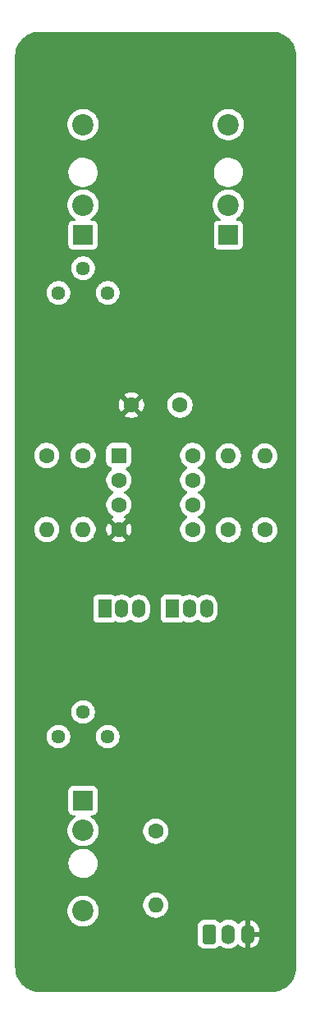
<source format=gbr>
%TF.GenerationSoftware,KiCad,Pcbnew,9.0.1*%
%TF.CreationDate,2025-05-31T19:51:22+10:00*%
%TF.ProjectId,VCA,5643412e-6b69-4636-9164-5f7063625858,rev?*%
%TF.SameCoordinates,Original*%
%TF.FileFunction,Copper,L3,Inr*%
%TF.FilePolarity,Positive*%
%FSLAX46Y46*%
G04 Gerber Fmt 4.6, Leading zero omitted, Abs format (unit mm)*
G04 Created by KiCad (PCBNEW 9.0.1) date 2025-05-31 19:51:22*
%MOMM*%
%LPD*%
G01*
G04 APERTURE LIST*
G04 Aperture macros list*
%AMRoundRect*
0 Rectangle with rounded corners*
0 $1 Rounding radius*
0 $2 $3 $4 $5 $6 $7 $8 $9 X,Y pos of 4 corners*
0 Add a 4 corners polygon primitive as box body*
4,1,4,$2,$3,$4,$5,$6,$7,$8,$9,$2,$3,0*
0 Add four circle primitives for the rounded corners*
1,1,$1+$1,$2,$3*
1,1,$1+$1,$4,$5*
1,1,$1+$1,$6,$7*
1,1,$1+$1,$8,$9*
0 Add four rect primitives between the rounded corners*
20,1,$1+$1,$2,$3,$4,$5,0*
20,1,$1+$1,$4,$5,$6,$7,0*
20,1,$1+$1,$6,$7,$8,$9,0*
20,1,$1+$1,$8,$9,$2,$3,0*%
G04 Aperture macros list end*
%TA.AperFunction,ComponentPad*%
%ADD10O,1.350000X1.900000*%
%TD*%
%TA.AperFunction,ComponentPad*%
%ADD11R,1.350000X1.900000*%
%TD*%
%TA.AperFunction,ComponentPad*%
%ADD12RoundRect,0.250000X-0.550000X-0.550000X0.550000X-0.550000X0.550000X0.550000X-0.550000X0.550000X0*%
%TD*%
%TA.AperFunction,ComponentPad*%
%ADD13C,1.600000*%
%TD*%
%TA.AperFunction,ComponentPad*%
%ADD14R,2.000000X2.000000*%
%TD*%
%TA.AperFunction,ComponentPad*%
%ADD15C,2.200000*%
%TD*%
%TA.AperFunction,ComponentPad*%
%ADD16RoundRect,0.291666X-0.408334X-0.708334X0.408334X-0.708334X0.408334X0.708334X-0.408334X0.708334X0*%
%TD*%
%TA.AperFunction,ComponentPad*%
%ADD17O,1.400000X2.000000*%
%TD*%
%TA.AperFunction,ComponentPad*%
%ADD18C,1.440000*%
%TD*%
%TA.AperFunction,ComponentPad*%
%ADD19O,1.600000X1.600000*%
%TD*%
G04 APERTURE END LIST*
D10*
%TO.N,Net-(Q1-D)*%
%TO.C,Q1*%
X128230000Y-110000000D03*
%TO.N,Net-(Q1-G)*%
X126500000Y-110000000D03*
D11*
%TO.N,GND*%
X124730000Y-110000000D03*
%TD*%
D12*
%TO.N,unconnected-(U1-NC-Pad1)*%
%TO.C,U1*%
X126195000Y-94190001D03*
D13*
%TO.N,Net-(Q1-D)*%
X126195000Y-96730001D03*
%TO.N,Net-(Q2-D)*%
X126195000Y-99270001D03*
%TO.N,VSS*%
X126195000Y-101810001D03*
%TO.N,unconnected-(U1-NC-Pad5)*%
X133815000Y-101810001D03*
%TO.N,Net-(J3-PadT)*%
X133815000Y-99270001D03*
%TO.N,VDD*%
X133815000Y-96730001D03*
%TO.N,unconnected-(U1-NC-Pad8)*%
X133815000Y-94190001D03*
%TD*%
D14*
%TO.N,GND*%
%TO.C,J1*%
X122500000Y-71480000D03*
D15*
X122500000Y-68380000D03*
%TO.N,Net-(J1-PadT)*%
X122500000Y-60080000D03*
%TD*%
D16*
%TO.N,GND*%
%TO.C,J4*%
X135500000Y-143550000D03*
D17*
%TO.N,VDD*%
X137500000Y-143550000D03*
%TO.N,VSS*%
X139500000Y-143550000D03*
%TD*%
D13*
%TO.N,VDD*%
%TO.C,C1*%
X132500000Y-89000001D03*
%TO.N,VSS*%
X127500000Y-89000001D03*
%TD*%
D14*
%TO.N,GND*%
%TO.C,J2*%
X122500000Y-129770000D03*
D15*
X122500000Y-132870000D03*
%TO.N,Net-(J2-PadT)*%
X122500000Y-141170000D03*
%TD*%
D18*
%TO.N,Net-(J1-PadT)*%
%TO.C,RV1*%
X125040000Y-77430000D03*
%TO.N,Net-(R2-Pad1)*%
X122500000Y-74890000D03*
%TO.N,unconnected-(RV1-Pad3)*%
X119960000Y-77430000D03*
%TD*%
D10*
%TO.N,Net-(Q2-D)*%
%TO.C,Q2*%
X135230000Y-110000001D03*
%TO.N,GND*%
X133500000Y-110000001D03*
D11*
X131730000Y-110000001D03*
%TD*%
D13*
%TO.N,Net-(J2-PadT)*%
%TO.C,R5*%
X130000000Y-132940000D03*
D19*
%TO.N,Net-(R5-Pad2)*%
X130000000Y-140560000D03*
%TD*%
D13*
%TO.N,Net-(Q1-D)*%
%TO.C,R3*%
X137500000Y-101870000D03*
D19*
%TO.N,Net-(J3-PadT)*%
X137500000Y-94250000D03*
%TD*%
D18*
%TO.N,Net-(R5-Pad2)*%
%TO.C,RV2*%
X125040000Y-123180000D03*
%TO.N,Net-(Q1-G)*%
X122500000Y-120640000D03*
%TO.N,GND*%
X119960000Y-123180000D03*
%TD*%
D13*
%TO.N,Net-(R2-Pad1)*%
%TO.C,R2*%
X122500000Y-94190000D03*
D19*
%TO.N,Net-(Q2-D)*%
X122500000Y-101810000D03*
%TD*%
D14*
%TO.N,GND*%
%TO.C,J3*%
X137500000Y-71480000D03*
D15*
X137500000Y-68380000D03*
%TO.N,Net-(J3-PadT)*%
X137500000Y-60080000D03*
%TD*%
D13*
%TO.N,Net-(J1-PadT)*%
%TO.C,R1*%
X118750000Y-94190000D03*
D19*
%TO.N,Net-(Q1-D)*%
X118750000Y-101810000D03*
%TD*%
D13*
%TO.N,Net-(Q2-D)*%
%TO.C,R4*%
X141250000Y-101870000D03*
D19*
%TO.N,GND*%
X141250000Y-94250000D03*
%TD*%
%TA.AperFunction,Conductor*%
%TO.N,VSS*%
G36*
X142003736Y-50500726D02*
G01*
X142293796Y-50518271D01*
X142308657Y-50520075D01*
X142590798Y-50571780D01*
X142605335Y-50575363D01*
X142879172Y-50660695D01*
X142893163Y-50666000D01*
X143154743Y-50783727D01*
X143167989Y-50790680D01*
X143413465Y-50939075D01*
X143425776Y-50947573D01*
X143651573Y-51124473D01*
X143662781Y-51134403D01*
X143865596Y-51337218D01*
X143875525Y-51348425D01*
X143995481Y-51501538D01*
X144052422Y-51574217D01*
X144060928Y-51586540D01*
X144209316Y-51832004D01*
X144216275Y-51845263D01*
X144333997Y-52106831D01*
X144339306Y-52120832D01*
X144424635Y-52394663D01*
X144428219Y-52409201D01*
X144479923Y-52691340D01*
X144481728Y-52706205D01*
X144499273Y-52996261D01*
X144499499Y-53003748D01*
X144499499Y-146996249D01*
X144499273Y-147003736D01*
X144481727Y-147293794D01*
X144479922Y-147308659D01*
X144428218Y-147590797D01*
X144424634Y-147605335D01*
X144339303Y-147879174D01*
X144333993Y-147893176D01*
X144216276Y-148154730D01*
X144209318Y-148167987D01*
X144060927Y-148413458D01*
X144052421Y-148425782D01*
X143875525Y-148651573D01*
X143865595Y-148662781D01*
X143662780Y-148865595D01*
X143651572Y-148875525D01*
X143425781Y-149052422D01*
X143413458Y-149060928D01*
X143167995Y-149209315D01*
X143154736Y-149216274D01*
X142893167Y-149333996D01*
X142879166Y-149339305D01*
X142605335Y-149424634D01*
X142590797Y-149428218D01*
X142308659Y-149479922D01*
X142293794Y-149481727D01*
X142100701Y-149493407D01*
X142003711Y-149499274D01*
X141996239Y-149499500D01*
X118073502Y-149499500D01*
X118065895Y-149499499D01*
X118065892Y-149499499D01*
X118003749Y-149499499D01*
X118003748Y-149499498D01*
X117996264Y-149499273D01*
X117706205Y-149481727D01*
X117691340Y-149479922D01*
X117409202Y-149428218D01*
X117394664Y-149424634D01*
X117120825Y-149339303D01*
X117106827Y-149333994D01*
X116954096Y-149265255D01*
X116845269Y-149216276D01*
X116832012Y-149209318D01*
X116586541Y-149060927D01*
X116574219Y-149052422D01*
X116348426Y-148875525D01*
X116337218Y-148865595D01*
X116134404Y-148662780D01*
X116124474Y-148651572D01*
X115947573Y-148425775D01*
X115939075Y-148413464D01*
X115790683Y-148167994D01*
X115783725Y-148154736D01*
X115666003Y-147893167D01*
X115660694Y-147879166D01*
X115652097Y-147851578D01*
X115575364Y-147605334D01*
X115571781Y-147590797D01*
X115520077Y-147308659D01*
X115518272Y-147293794D01*
X115504487Y-147065894D01*
X115500725Y-147003712D01*
X115500500Y-146996238D01*
X115500500Y-142797176D01*
X134299500Y-142797176D01*
X134299500Y-144302818D01*
X134299501Y-144302822D01*
X134314474Y-144435720D01*
X134373433Y-144604218D01*
X134468203Y-144755042D01*
X134468407Y-144755366D01*
X134594634Y-144881593D01*
X134745783Y-144976567D01*
X134830030Y-145006046D01*
X134914279Y-145035526D01*
X134999271Y-145045101D01*
X135047183Y-145050500D01*
X135952816Y-145050499D01*
X135952818Y-145050499D01*
X135952819Y-145050498D01*
X136085723Y-145035525D01*
X136254217Y-144976567D01*
X136405366Y-144881593D01*
X136531593Y-144755366D01*
X136531593Y-144755365D01*
X136531917Y-144755042D01*
X136593240Y-144721557D01*
X136662932Y-144726541D01*
X136707279Y-144755042D01*
X136717927Y-144765690D01*
X136870801Y-144876760D01*
X136950347Y-144917290D01*
X137039163Y-144962545D01*
X137039165Y-144962545D01*
X137039168Y-144962547D01*
X137082314Y-144976566D01*
X137218881Y-145020940D01*
X137405514Y-145050500D01*
X137405519Y-145050500D01*
X137594486Y-145050500D01*
X137781118Y-145020940D01*
X137782623Y-145020451D01*
X137960832Y-144962547D01*
X138129199Y-144876760D01*
X138282073Y-144765690D01*
X138412672Y-144635091D01*
X138473995Y-144601606D01*
X138543687Y-144606590D01*
X138588034Y-144635091D01*
X138718253Y-144765310D01*
X138718258Y-144765314D01*
X138871059Y-144876329D01*
X139039362Y-144962085D01*
X139218997Y-145020451D01*
X139250000Y-145025362D01*
X139250000Y-143830330D01*
X139269745Y-143850075D01*
X139355255Y-143899444D01*
X139450630Y-143925000D01*
X139549370Y-143925000D01*
X139644745Y-143899444D01*
X139730255Y-143850075D01*
X139750000Y-143830330D01*
X139750000Y-145025361D01*
X139781002Y-145020451D01*
X139960637Y-144962085D01*
X140128940Y-144876329D01*
X140281741Y-144765314D01*
X140281746Y-144765310D01*
X140415310Y-144631746D01*
X140415314Y-144631741D01*
X140526329Y-144478940D01*
X140612085Y-144310637D01*
X140670451Y-144131002D01*
X140700000Y-143944447D01*
X140700000Y-143800000D01*
X139780330Y-143800000D01*
X139800075Y-143780255D01*
X139849444Y-143694745D01*
X139875000Y-143599370D01*
X139875000Y-143500630D01*
X139849444Y-143405255D01*
X139800075Y-143319745D01*
X139780330Y-143300000D01*
X140700000Y-143300000D01*
X140700000Y-143155552D01*
X140670451Y-142968997D01*
X140612085Y-142789362D01*
X140526329Y-142621059D01*
X140415314Y-142468258D01*
X140415310Y-142468253D01*
X140281746Y-142334689D01*
X140281741Y-142334685D01*
X140128940Y-142223670D01*
X139960635Y-142137913D01*
X139781004Y-142079549D01*
X139780995Y-142079547D01*
X139750000Y-142074637D01*
X139750000Y-143269670D01*
X139730255Y-143249925D01*
X139644745Y-143200556D01*
X139549370Y-143175000D01*
X139450630Y-143175000D01*
X139355255Y-143200556D01*
X139269745Y-143249925D01*
X139250000Y-143269670D01*
X139250000Y-142074637D01*
X139249999Y-142074637D01*
X139219004Y-142079547D01*
X139218995Y-142079549D01*
X139039364Y-142137913D01*
X138871059Y-142223670D01*
X138718258Y-142334685D01*
X138718253Y-142334689D01*
X138588034Y-142464909D01*
X138526711Y-142498394D01*
X138457019Y-142493410D01*
X138412672Y-142464909D01*
X138282075Y-142334312D01*
X138282073Y-142334310D01*
X138129199Y-142223240D01*
X138108413Y-142212649D01*
X137960836Y-142137454D01*
X137781118Y-142079059D01*
X137594486Y-142049500D01*
X137594481Y-142049500D01*
X137405519Y-142049500D01*
X137405514Y-142049500D01*
X137218881Y-142079059D01*
X137039163Y-142137454D01*
X136870800Y-142223240D01*
X136783579Y-142286610D01*
X136717927Y-142334310D01*
X136717925Y-142334312D01*
X136717920Y-142334315D01*
X136707272Y-142344963D01*
X136645946Y-142378444D01*
X136576255Y-142373455D01*
X136531916Y-142344957D01*
X136405365Y-142218406D01*
X136254218Y-142123433D01*
X136085720Y-142064473D01*
X135952821Y-142049500D01*
X135047181Y-142049500D01*
X135047177Y-142049501D01*
X134914279Y-142064474D01*
X134745781Y-142123433D01*
X134594634Y-142218406D01*
X134468406Y-142344634D01*
X134373433Y-142495781D01*
X134314473Y-142664279D01*
X134299500Y-142797176D01*
X115500500Y-142797176D01*
X115500500Y-141044038D01*
X120899500Y-141044038D01*
X120899500Y-141295961D01*
X120938910Y-141544785D01*
X121016760Y-141784383D01*
X121131132Y-142008848D01*
X121279201Y-142212649D01*
X121279205Y-142212654D01*
X121457345Y-142390794D01*
X121457350Y-142390798D01*
X121601848Y-142495781D01*
X121661155Y-142538870D01*
X121804184Y-142611747D01*
X121885616Y-142653239D01*
X121885618Y-142653239D01*
X121885621Y-142653241D01*
X122125215Y-142731090D01*
X122374038Y-142770500D01*
X122374039Y-142770500D01*
X122625961Y-142770500D01*
X122625962Y-142770500D01*
X122874785Y-142731090D01*
X123114379Y-142653241D01*
X123338845Y-142538870D01*
X123542656Y-142390793D01*
X123720793Y-142212656D01*
X123868870Y-142008845D01*
X123983241Y-141784379D01*
X124061090Y-141544785D01*
X124100500Y-141295962D01*
X124100500Y-141044038D01*
X124061090Y-140795215D01*
X123983241Y-140555621D01*
X123983239Y-140555618D01*
X123983238Y-140555613D01*
X123959524Y-140509072D01*
X123959523Y-140509071D01*
X123933321Y-140457648D01*
X128699500Y-140457648D01*
X128699500Y-140662351D01*
X128731522Y-140864534D01*
X128794781Y-141059223D01*
X128887715Y-141241613D01*
X129008028Y-141407213D01*
X129152786Y-141551971D01*
X129307749Y-141664556D01*
X129318390Y-141672287D01*
X129434607Y-141731503D01*
X129500776Y-141765218D01*
X129500778Y-141765218D01*
X129500781Y-141765220D01*
X129559759Y-141784383D01*
X129695465Y-141828477D01*
X129796557Y-141844488D01*
X129897648Y-141860500D01*
X129897649Y-141860500D01*
X130102351Y-141860500D01*
X130102352Y-141860500D01*
X130304534Y-141828477D01*
X130499219Y-141765220D01*
X130681610Y-141672287D01*
X130774590Y-141604732D01*
X130847213Y-141551971D01*
X130847215Y-141551968D01*
X130847219Y-141551966D01*
X130991966Y-141407219D01*
X130991968Y-141407215D01*
X130991971Y-141407213D01*
X131072799Y-141295961D01*
X131112287Y-141241610D01*
X131205220Y-141059219D01*
X131268477Y-140864534D01*
X131300500Y-140662352D01*
X131300500Y-140457648D01*
X131268477Y-140255466D01*
X131205220Y-140060781D01*
X131205218Y-140060778D01*
X131205218Y-140060776D01*
X131148367Y-139949201D01*
X131112287Y-139878390D01*
X131104556Y-139867749D01*
X130991971Y-139712786D01*
X130847213Y-139568028D01*
X130681613Y-139447715D01*
X130681612Y-139447714D01*
X130681610Y-139447713D01*
X130624653Y-139418691D01*
X130499223Y-139354781D01*
X130304534Y-139291522D01*
X130129995Y-139263878D01*
X130102352Y-139259500D01*
X129897648Y-139259500D01*
X129873329Y-139263351D01*
X129695465Y-139291522D01*
X129500776Y-139354781D01*
X129318386Y-139447715D01*
X129152786Y-139568028D01*
X129008028Y-139712786D01*
X128887715Y-139878386D01*
X128794781Y-140060776D01*
X128731522Y-140255465D01*
X128699500Y-140457648D01*
X123933321Y-140457648D01*
X123868870Y-140331155D01*
X123813878Y-140255465D01*
X123720798Y-140127350D01*
X123720794Y-140127345D01*
X123542654Y-139949205D01*
X123542649Y-139949201D01*
X123338848Y-139801132D01*
X123338847Y-139801131D01*
X123338845Y-139801130D01*
X123268747Y-139765413D01*
X123114383Y-139686760D01*
X122874785Y-139608910D01*
X122625962Y-139569500D01*
X122374038Y-139569500D01*
X122249626Y-139589205D01*
X122125214Y-139608910D01*
X121885616Y-139686760D01*
X121661151Y-139801132D01*
X121457350Y-139949201D01*
X121457345Y-139949205D01*
X121279205Y-140127345D01*
X121279201Y-140127350D01*
X121131132Y-140331151D01*
X121016760Y-140555616D01*
X120938910Y-140795214D01*
X120899500Y-141044038D01*
X115500500Y-141044038D01*
X115500500Y-136213225D01*
X120995307Y-136213225D01*
X121009507Y-136459474D01*
X121009507Y-136459479D01*
X121063731Y-136700092D01*
X121156533Y-136928636D01*
X121285412Y-137138947D01*
X121360393Y-137225507D01*
X121446908Y-137325382D01*
X121636687Y-137482939D01*
X121636690Y-137482941D01*
X121636696Y-137482945D01*
X121849650Y-137607385D01*
X122080072Y-137695375D01*
X122080075Y-137695375D01*
X122080079Y-137695377D01*
X122321785Y-137744553D01*
X122568278Y-137753592D01*
X122812936Y-137722250D01*
X123049191Y-137651370D01*
X123270697Y-137542856D01*
X123471505Y-137399621D01*
X123646223Y-137225512D01*
X123790158Y-137025205D01*
X123899445Y-136804079D01*
X123971149Y-136568074D01*
X124003344Y-136323526D01*
X124005141Y-136250000D01*
X123984930Y-136004171D01*
X123924841Y-135764945D01*
X123826486Y-135538744D01*
X123692508Y-135331645D01*
X123526504Y-135149210D01*
X123332932Y-134996336D01*
X123116991Y-134877130D01*
X123116982Y-134877126D01*
X122884491Y-134794796D01*
X122884471Y-134794791D01*
X122641644Y-134751538D01*
X122641652Y-134751538D01*
X122400496Y-134748592D01*
X122395007Y-134748525D01*
X122395006Y-134748525D01*
X122395005Y-134748525D01*
X122395004Y-134748525D01*
X122151190Y-134785834D01*
X122151180Y-134785837D01*
X121916732Y-134862466D01*
X121697951Y-134976356D01*
X121697948Y-134976358D01*
X121500698Y-135124456D01*
X121330289Y-135302779D01*
X121330279Y-135302792D01*
X121191287Y-135506547D01*
X121191285Y-135506552D01*
X121087439Y-135730268D01*
X121087436Y-135730276D01*
X121021520Y-135967960D01*
X121021519Y-135967967D01*
X120995307Y-136213225D01*
X115500500Y-136213225D01*
X115500500Y-132744038D01*
X120899500Y-132744038D01*
X120899500Y-132995961D01*
X120938910Y-133244785D01*
X121016760Y-133484383D01*
X121131132Y-133708848D01*
X121279201Y-133912649D01*
X121279205Y-133912654D01*
X121457345Y-134090794D01*
X121457350Y-134090798D01*
X121635117Y-134219952D01*
X121661155Y-134238870D01*
X121804184Y-134311747D01*
X121885616Y-134353239D01*
X121885618Y-134353239D01*
X121885621Y-134353241D01*
X122125215Y-134431090D01*
X122374038Y-134470500D01*
X122374039Y-134470500D01*
X122625961Y-134470500D01*
X122625962Y-134470500D01*
X122874785Y-134431090D01*
X123114379Y-134353241D01*
X123338845Y-134238870D01*
X123542656Y-134090793D01*
X123720793Y-133912656D01*
X123868870Y-133708845D01*
X123983241Y-133484379D01*
X124061090Y-133244785D01*
X124100500Y-132995962D01*
X124100500Y-132837648D01*
X128699500Y-132837648D01*
X128699500Y-133042351D01*
X128731522Y-133244534D01*
X128794781Y-133439223D01*
X128887715Y-133621613D01*
X129008028Y-133787213D01*
X129152786Y-133931971D01*
X129307749Y-134044556D01*
X129318390Y-134052287D01*
X129434607Y-134111503D01*
X129500776Y-134145218D01*
X129500778Y-134145218D01*
X129500781Y-134145220D01*
X129605137Y-134179127D01*
X129695465Y-134208477D01*
X129796557Y-134224488D01*
X129897648Y-134240500D01*
X129897649Y-134240500D01*
X130102351Y-134240500D01*
X130102352Y-134240500D01*
X130304534Y-134208477D01*
X130499219Y-134145220D01*
X130681610Y-134052287D01*
X130774590Y-133984732D01*
X130847213Y-133931971D01*
X130847215Y-133931968D01*
X130847219Y-133931966D01*
X130991966Y-133787219D01*
X130991968Y-133787215D01*
X130991971Y-133787213D01*
X131048908Y-133708845D01*
X131112287Y-133621610D01*
X131205220Y-133439219D01*
X131268477Y-133244534D01*
X131300500Y-133042352D01*
X131300500Y-132837648D01*
X131268477Y-132635466D01*
X131205220Y-132440781D01*
X131205218Y-132440778D01*
X131205218Y-132440776D01*
X131171503Y-132374607D01*
X131112287Y-132258390D01*
X131104556Y-132247749D01*
X130991971Y-132092786D01*
X130847213Y-131948028D01*
X130681613Y-131827715D01*
X130681612Y-131827714D01*
X130681610Y-131827713D01*
X130624653Y-131798691D01*
X130499223Y-131734781D01*
X130304534Y-131671522D01*
X130129995Y-131643878D01*
X130102352Y-131639500D01*
X129897648Y-131639500D01*
X129873329Y-131643351D01*
X129695465Y-131671522D01*
X129500776Y-131734781D01*
X129318386Y-131827715D01*
X129152786Y-131948028D01*
X129008028Y-132092786D01*
X128887715Y-132258386D01*
X128794781Y-132440776D01*
X128731522Y-132635465D01*
X128699500Y-132837648D01*
X124100500Y-132837648D01*
X124100500Y-132744038D01*
X124061090Y-132495215D01*
X123983241Y-132255621D01*
X123983239Y-132255618D01*
X123983239Y-132255616D01*
X123941747Y-132174184D01*
X123868870Y-132031155D01*
X123721063Y-131827715D01*
X123720798Y-131827350D01*
X123720794Y-131827345D01*
X123542654Y-131649205D01*
X123542649Y-131649201D01*
X123338847Y-131501130D01*
X123337369Y-131500225D01*
X123336925Y-131499734D01*
X123334904Y-131498266D01*
X123335212Y-131497841D01*
X123290495Y-131448412D01*
X123279074Y-131379482D01*
X123306732Y-131315320D01*
X123364688Y-131276297D01*
X123402161Y-131270499D01*
X123547871Y-131270499D01*
X123547872Y-131270499D01*
X123607483Y-131264091D01*
X123742331Y-131213796D01*
X123857546Y-131127546D01*
X123943796Y-131012331D01*
X123994091Y-130877483D01*
X124000500Y-130817873D01*
X124000499Y-128722128D01*
X123994091Y-128662517D01*
X123943796Y-128527669D01*
X123943795Y-128527668D01*
X123943793Y-128527664D01*
X123857547Y-128412455D01*
X123857544Y-128412452D01*
X123742335Y-128326206D01*
X123742328Y-128326202D01*
X123607482Y-128275908D01*
X123607483Y-128275908D01*
X123547883Y-128269501D01*
X123547881Y-128269500D01*
X123547873Y-128269500D01*
X123547864Y-128269500D01*
X121452129Y-128269500D01*
X121452123Y-128269501D01*
X121392516Y-128275908D01*
X121257671Y-128326202D01*
X121257664Y-128326206D01*
X121142455Y-128412452D01*
X121142452Y-128412455D01*
X121056206Y-128527664D01*
X121056202Y-128527671D01*
X121005908Y-128662517D01*
X120999501Y-128722116D01*
X120999501Y-128722123D01*
X120999500Y-128722135D01*
X120999500Y-130817870D01*
X120999501Y-130817876D01*
X121005908Y-130877483D01*
X121056202Y-131012328D01*
X121056206Y-131012335D01*
X121142452Y-131127544D01*
X121142455Y-131127547D01*
X121257664Y-131213793D01*
X121257671Y-131213797D01*
X121392517Y-131264091D01*
X121392516Y-131264091D01*
X121399444Y-131264835D01*
X121452127Y-131270500D01*
X121597839Y-131270499D01*
X121664877Y-131290183D01*
X121710632Y-131342987D01*
X121720576Y-131412145D01*
X121691551Y-131475701D01*
X121665037Y-131498185D01*
X121665096Y-131498266D01*
X121664022Y-131499046D01*
X121662638Y-131500220D01*
X121661157Y-131501127D01*
X121457350Y-131649201D01*
X121457345Y-131649205D01*
X121279205Y-131827345D01*
X121279201Y-131827350D01*
X121131132Y-132031151D01*
X121016760Y-132255616D01*
X120938910Y-132495214D01*
X120899500Y-132744038D01*
X115500500Y-132744038D01*
X115500500Y-123083945D01*
X118739500Y-123083945D01*
X118739500Y-123276054D01*
X118769553Y-123465802D01*
X118828916Y-123648506D01*
X118828918Y-123648509D01*
X118916135Y-123819681D01*
X119029055Y-123975102D01*
X119164898Y-124110945D01*
X119320319Y-124223865D01*
X119491491Y-124311082D01*
X119491493Y-124311083D01*
X119582845Y-124340764D01*
X119674199Y-124370447D01*
X119863945Y-124400500D01*
X119863946Y-124400500D01*
X120056054Y-124400500D01*
X120056055Y-124400500D01*
X120245801Y-124370447D01*
X120428509Y-124311082D01*
X120599681Y-124223865D01*
X120755102Y-124110945D01*
X120890945Y-123975102D01*
X121003865Y-123819681D01*
X121091082Y-123648509D01*
X121150447Y-123465801D01*
X121180500Y-123276055D01*
X121180500Y-123083945D01*
X123819500Y-123083945D01*
X123819500Y-123276054D01*
X123849553Y-123465802D01*
X123908916Y-123648506D01*
X123908918Y-123648509D01*
X123996135Y-123819681D01*
X124109055Y-123975102D01*
X124244898Y-124110945D01*
X124400319Y-124223865D01*
X124571491Y-124311082D01*
X124571493Y-124311083D01*
X124662845Y-124340764D01*
X124754199Y-124370447D01*
X124943945Y-124400500D01*
X124943946Y-124400500D01*
X125136054Y-124400500D01*
X125136055Y-124400500D01*
X125325801Y-124370447D01*
X125508509Y-124311082D01*
X125679681Y-124223865D01*
X125835102Y-124110945D01*
X125970945Y-123975102D01*
X126083865Y-123819681D01*
X126171082Y-123648509D01*
X126230447Y-123465801D01*
X126260500Y-123276055D01*
X126260500Y-123083945D01*
X126230447Y-122894199D01*
X126171082Y-122711491D01*
X126083865Y-122540319D01*
X125970945Y-122384898D01*
X125835102Y-122249055D01*
X125679681Y-122136135D01*
X125508506Y-122048916D01*
X125325802Y-121989553D01*
X125230928Y-121974526D01*
X125136055Y-121959500D01*
X124943945Y-121959500D01*
X124880696Y-121969517D01*
X124754197Y-121989553D01*
X124571493Y-122048916D01*
X124400318Y-122136135D01*
X124311645Y-122200560D01*
X124244898Y-122249055D01*
X124244896Y-122249057D01*
X124244895Y-122249057D01*
X124109057Y-122384895D01*
X124109057Y-122384896D01*
X124109055Y-122384898D01*
X124060560Y-122451645D01*
X123996135Y-122540318D01*
X123908916Y-122711493D01*
X123849553Y-122894197D01*
X123819500Y-123083945D01*
X121180500Y-123083945D01*
X121150447Y-122894199D01*
X121091082Y-122711491D01*
X121003865Y-122540319D01*
X120890945Y-122384898D01*
X120755102Y-122249055D01*
X120599681Y-122136135D01*
X120428506Y-122048916D01*
X120245802Y-121989553D01*
X120150928Y-121974526D01*
X120056055Y-121959500D01*
X119863945Y-121959500D01*
X119800696Y-121969517D01*
X119674197Y-121989553D01*
X119491493Y-122048916D01*
X119320318Y-122136135D01*
X119231645Y-122200560D01*
X119164898Y-122249055D01*
X119164896Y-122249057D01*
X119164895Y-122249057D01*
X119029057Y-122384895D01*
X119029057Y-122384896D01*
X119029055Y-122384898D01*
X118980560Y-122451645D01*
X118916135Y-122540318D01*
X118828916Y-122711493D01*
X118769553Y-122894197D01*
X118739500Y-123083945D01*
X115500500Y-123083945D01*
X115500500Y-120543945D01*
X121279500Y-120543945D01*
X121279500Y-120736054D01*
X121309553Y-120925802D01*
X121368916Y-121108506D01*
X121368918Y-121108509D01*
X121456135Y-121279681D01*
X121569055Y-121435102D01*
X121704898Y-121570945D01*
X121860319Y-121683865D01*
X122031491Y-121771082D01*
X122031493Y-121771083D01*
X122122845Y-121800764D01*
X122214199Y-121830447D01*
X122403945Y-121860500D01*
X122403946Y-121860500D01*
X122596054Y-121860500D01*
X122596055Y-121860500D01*
X122785801Y-121830447D01*
X122968509Y-121771082D01*
X123139681Y-121683865D01*
X123295102Y-121570945D01*
X123430945Y-121435102D01*
X123543865Y-121279681D01*
X123631082Y-121108509D01*
X123690447Y-120925801D01*
X123720500Y-120736055D01*
X123720500Y-120543945D01*
X123690447Y-120354199D01*
X123631082Y-120171491D01*
X123543865Y-120000319D01*
X123430945Y-119844898D01*
X123295102Y-119709055D01*
X123139681Y-119596135D01*
X122968506Y-119508916D01*
X122785802Y-119449553D01*
X122690928Y-119434526D01*
X122596055Y-119419500D01*
X122403945Y-119419500D01*
X122340696Y-119429517D01*
X122214197Y-119449553D01*
X122031493Y-119508916D01*
X121860318Y-119596135D01*
X121771645Y-119660560D01*
X121704898Y-119709055D01*
X121704896Y-119709057D01*
X121704895Y-119709057D01*
X121569057Y-119844895D01*
X121569057Y-119844896D01*
X121569055Y-119844898D01*
X121520560Y-119911645D01*
X121456135Y-120000318D01*
X121368916Y-120171493D01*
X121309553Y-120354197D01*
X121279500Y-120543945D01*
X115500500Y-120543945D01*
X115500500Y-109002135D01*
X123554500Y-109002135D01*
X123554500Y-110997870D01*
X123554501Y-110997876D01*
X123560908Y-111057483D01*
X123611202Y-111192328D01*
X123611206Y-111192335D01*
X123697452Y-111307544D01*
X123697455Y-111307547D01*
X123812664Y-111393793D01*
X123812671Y-111393797D01*
X123947517Y-111444091D01*
X123947516Y-111444091D01*
X123954444Y-111444835D01*
X124007127Y-111450500D01*
X125452872Y-111450499D01*
X125512483Y-111444091D01*
X125647331Y-111393796D01*
X125762546Y-111307546D01*
X125762546Y-111307545D01*
X125769646Y-111302231D01*
X125771557Y-111304784D01*
X125819086Y-111278812D01*
X125888780Y-111283774D01*
X125901767Y-111289480D01*
X126048765Y-111364379D01*
X126048767Y-111364380D01*
X126136750Y-111392967D01*
X126224736Y-111421555D01*
X126407486Y-111450500D01*
X126407487Y-111450500D01*
X126592513Y-111450500D01*
X126592514Y-111450500D01*
X126775264Y-111421555D01*
X126951235Y-111364379D01*
X127116096Y-111280378D01*
X127265787Y-111171621D01*
X127277319Y-111160089D01*
X127338642Y-111126604D01*
X127408334Y-111131588D01*
X127452681Y-111160089D01*
X127464213Y-111171621D01*
X127613904Y-111280378D01*
X127667222Y-111307545D01*
X127778764Y-111364379D01*
X127778767Y-111364380D01*
X127866750Y-111392967D01*
X127954736Y-111421555D01*
X128137486Y-111450500D01*
X128137487Y-111450500D01*
X128322513Y-111450500D01*
X128322514Y-111450500D01*
X128505264Y-111421555D01*
X128681235Y-111364379D01*
X128846096Y-111280378D01*
X128995787Y-111171621D01*
X129126621Y-111040787D01*
X129235378Y-110891096D01*
X129319379Y-110726235D01*
X129376555Y-110550264D01*
X129405500Y-110367514D01*
X129405500Y-109632486D01*
X129376555Y-109449736D01*
X129319379Y-109273766D01*
X129319379Y-109273764D01*
X129274881Y-109186433D01*
X129235378Y-109108904D01*
X129235376Y-109108901D01*
X129235375Y-109108899D01*
X129208343Y-109071693D01*
X129208342Y-109071692D01*
X129157806Y-109002136D01*
X130554500Y-109002136D01*
X130554500Y-110997871D01*
X130554501Y-110997877D01*
X130560908Y-111057484D01*
X130611202Y-111192329D01*
X130611206Y-111192336D01*
X130697452Y-111307545D01*
X130697455Y-111307548D01*
X130812664Y-111393794D01*
X130812671Y-111393798D01*
X130947517Y-111444092D01*
X130947516Y-111444092D01*
X130954444Y-111444836D01*
X131007127Y-111450501D01*
X132452872Y-111450500D01*
X132512483Y-111444092D01*
X132647331Y-111393797D01*
X132762546Y-111307547D01*
X132762546Y-111307546D01*
X132769646Y-111302232D01*
X132771557Y-111304785D01*
X132819086Y-111278813D01*
X132888780Y-111283775D01*
X132901767Y-111289481D01*
X133048763Y-111364379D01*
X133048765Y-111364380D01*
X133048767Y-111364381D01*
X133136750Y-111392968D01*
X133224736Y-111421556D01*
X133407486Y-111450501D01*
X133407487Y-111450501D01*
X133592513Y-111450501D01*
X133592514Y-111450501D01*
X133775264Y-111421556D01*
X133951235Y-111364380D01*
X134116096Y-111280379D01*
X134265787Y-111171622D01*
X134277319Y-111160090D01*
X134338642Y-111126605D01*
X134408334Y-111131589D01*
X134452681Y-111160090D01*
X134464213Y-111171622D01*
X134613904Y-111280379D01*
X134667222Y-111307546D01*
X134778764Y-111364380D01*
X134778767Y-111364381D01*
X134866750Y-111392968D01*
X134954736Y-111421556D01*
X135137486Y-111450501D01*
X135137487Y-111450501D01*
X135322513Y-111450501D01*
X135322514Y-111450501D01*
X135505264Y-111421556D01*
X135681235Y-111364380D01*
X135846096Y-111280379D01*
X135995787Y-111171622D01*
X136126621Y-111040788D01*
X136235378Y-110891097D01*
X136319379Y-110726236D01*
X136376555Y-110550265D01*
X136405500Y-110367515D01*
X136405500Y-109632487D01*
X136376555Y-109449737D01*
X136319379Y-109273767D01*
X136319379Y-109273765D01*
X136235377Y-109108904D01*
X136126621Y-108959214D01*
X135995787Y-108828380D01*
X135846096Y-108719623D01*
X135828219Y-108710514D01*
X135681235Y-108635621D01*
X135681232Y-108635620D01*
X135505265Y-108578446D01*
X135362972Y-108555909D01*
X135322514Y-108549501D01*
X135137486Y-108549501D01*
X135097034Y-108555908D01*
X134954734Y-108578446D01*
X134778767Y-108635620D01*
X134778764Y-108635621D01*
X134613903Y-108719623D01*
X134548472Y-108767162D01*
X134464213Y-108828380D01*
X134464211Y-108828382D01*
X134464210Y-108828382D01*
X134452681Y-108839912D01*
X134391358Y-108873397D01*
X134321666Y-108868413D01*
X134277319Y-108839912D01*
X134265789Y-108828382D01*
X134265788Y-108828381D01*
X134265787Y-108828380D01*
X134116096Y-108719623D01*
X134098219Y-108710514D01*
X133951235Y-108635621D01*
X133951232Y-108635620D01*
X133775265Y-108578446D01*
X133632972Y-108555909D01*
X133592514Y-108549501D01*
X133407486Y-108549501D01*
X133367034Y-108555908D01*
X133224734Y-108578446D01*
X133048767Y-108635620D01*
X133048764Y-108635621D01*
X132901779Y-108710515D01*
X132833110Y-108723411D01*
X132769713Y-108697680D01*
X132769646Y-108697770D01*
X132769305Y-108697515D01*
X132768369Y-108697135D01*
X132766129Y-108695137D01*
X132737710Y-108673862D01*
X132647331Y-108606205D01*
X132647329Y-108606204D01*
X132647328Y-108606203D01*
X132512482Y-108555909D01*
X132512483Y-108555909D01*
X132452883Y-108549502D01*
X132452881Y-108549501D01*
X132452873Y-108549501D01*
X132452864Y-108549501D01*
X131007129Y-108549501D01*
X131007123Y-108549502D01*
X130947516Y-108555909D01*
X130812671Y-108606203D01*
X130812664Y-108606207D01*
X130697455Y-108692453D01*
X130697452Y-108692456D01*
X130611206Y-108807665D01*
X130611202Y-108807672D01*
X130560908Y-108942518D01*
X130554501Y-109002117D01*
X130554500Y-109002136D01*
X129157806Y-109002136D01*
X129126623Y-108959216D01*
X129126621Y-108959213D01*
X128995787Y-108828379D01*
X128846096Y-108719622D01*
X128828221Y-108710514D01*
X128681235Y-108635620D01*
X128681232Y-108635619D01*
X128505265Y-108578445D01*
X128413889Y-108563972D01*
X128322514Y-108549500D01*
X128137486Y-108549500D01*
X128076569Y-108559148D01*
X127954734Y-108578445D01*
X127778767Y-108635619D01*
X127778764Y-108635620D01*
X127613903Y-108719622D01*
X127548472Y-108767161D01*
X127464213Y-108828379D01*
X127464211Y-108828381D01*
X127464210Y-108828381D01*
X127452681Y-108839911D01*
X127391358Y-108873396D01*
X127321666Y-108868412D01*
X127277319Y-108839911D01*
X127265789Y-108828381D01*
X127265788Y-108828380D01*
X127265787Y-108828379D01*
X127116096Y-108719622D01*
X127098221Y-108710514D01*
X126951235Y-108635620D01*
X126951232Y-108635619D01*
X126775265Y-108578445D01*
X126683889Y-108563972D01*
X126592514Y-108549500D01*
X126407486Y-108549500D01*
X126346569Y-108559148D01*
X126224734Y-108578445D01*
X126048767Y-108635619D01*
X126048764Y-108635620D01*
X125901779Y-108710514D01*
X125833110Y-108723410D01*
X125769713Y-108697679D01*
X125769646Y-108697769D01*
X125769305Y-108697514D01*
X125768369Y-108697134D01*
X125766129Y-108695136D01*
X125686628Y-108635622D01*
X125647331Y-108606204D01*
X125647329Y-108606203D01*
X125647328Y-108606202D01*
X125512482Y-108555908D01*
X125512483Y-108555908D01*
X125452883Y-108549501D01*
X125452881Y-108549500D01*
X125452873Y-108549500D01*
X125452864Y-108549500D01*
X124007129Y-108549500D01*
X124007123Y-108549501D01*
X123947516Y-108555908D01*
X123812671Y-108606202D01*
X123812664Y-108606206D01*
X123697455Y-108692452D01*
X123697452Y-108692455D01*
X123611206Y-108807664D01*
X123611202Y-108807671D01*
X123560908Y-108942517D01*
X123554501Y-109002116D01*
X123554500Y-109002135D01*
X115500500Y-109002135D01*
X115500500Y-101707648D01*
X117449500Y-101707648D01*
X117449500Y-101912351D01*
X117481522Y-102114534D01*
X117544781Y-102309223D01*
X117608691Y-102434653D01*
X117637581Y-102491351D01*
X117637715Y-102491613D01*
X117758028Y-102657213D01*
X117902786Y-102801971D01*
X118057749Y-102914556D01*
X118068390Y-102922287D01*
X118184607Y-102981503D01*
X118250776Y-103015218D01*
X118250778Y-103015218D01*
X118250781Y-103015220D01*
X118355137Y-103049127D01*
X118445465Y-103078477D01*
X118546557Y-103094488D01*
X118647648Y-103110500D01*
X118647649Y-103110500D01*
X118852351Y-103110500D01*
X118852352Y-103110500D01*
X119054534Y-103078477D01*
X119249219Y-103015220D01*
X119431610Y-102922287D01*
X119524590Y-102854732D01*
X119597213Y-102801971D01*
X119597215Y-102801968D01*
X119597219Y-102801966D01*
X119741966Y-102657219D01*
X119741970Y-102657214D01*
X119741971Y-102657213D01*
X119794732Y-102584590D01*
X119862287Y-102491610D01*
X119955220Y-102309219D01*
X120018477Y-102114534D01*
X120050500Y-101912352D01*
X120050500Y-101707648D01*
X121199500Y-101707648D01*
X121199500Y-101912351D01*
X121231522Y-102114534D01*
X121294781Y-102309223D01*
X121358691Y-102434653D01*
X121387581Y-102491351D01*
X121387715Y-102491613D01*
X121508028Y-102657213D01*
X121652786Y-102801971D01*
X121807749Y-102914556D01*
X121818390Y-102922287D01*
X121934607Y-102981503D01*
X122000776Y-103015218D01*
X122000778Y-103015218D01*
X122000781Y-103015220D01*
X122105137Y-103049127D01*
X122195465Y-103078477D01*
X122296557Y-103094488D01*
X122397648Y-103110500D01*
X122397649Y-103110500D01*
X122602351Y-103110500D01*
X122602352Y-103110500D01*
X122804534Y-103078477D01*
X122999219Y-103015220D01*
X123181610Y-102922287D01*
X123274590Y-102854732D01*
X123347213Y-102801971D01*
X123347215Y-102801968D01*
X123347219Y-102801966D01*
X123491966Y-102657219D01*
X123491970Y-102657214D01*
X123491971Y-102657213D01*
X123544732Y-102584590D01*
X123612287Y-102491610D01*
X123705220Y-102309219D01*
X123768477Y-102114534D01*
X123800500Y-101912352D01*
X123800500Y-101707648D01*
X123768477Y-101505466D01*
X123705220Y-101310781D01*
X123705218Y-101310777D01*
X123705218Y-101310776D01*
X123671503Y-101244607D01*
X123612287Y-101128390D01*
X123580092Y-101084077D01*
X123491971Y-100962786D01*
X123347213Y-100818028D01*
X123181613Y-100697715D01*
X123181612Y-100697714D01*
X123181610Y-100697713D01*
X123124653Y-100668691D01*
X122999223Y-100604781D01*
X122804534Y-100541522D01*
X122629995Y-100513878D01*
X122602352Y-100509500D01*
X122397648Y-100509500D01*
X122373329Y-100513351D01*
X122195465Y-100541522D01*
X122000776Y-100604781D01*
X121818386Y-100697715D01*
X121652786Y-100818028D01*
X121508028Y-100962786D01*
X121387715Y-101128386D01*
X121294781Y-101310776D01*
X121231522Y-101505465D01*
X121199500Y-101707648D01*
X120050500Y-101707648D01*
X120018477Y-101505466D01*
X119955220Y-101310781D01*
X119955218Y-101310777D01*
X119955218Y-101310776D01*
X119921503Y-101244607D01*
X119862287Y-101128390D01*
X119830092Y-101084077D01*
X119741971Y-100962786D01*
X119597213Y-100818028D01*
X119431613Y-100697715D01*
X119431612Y-100697714D01*
X119431610Y-100697713D01*
X119374653Y-100668691D01*
X119249223Y-100604781D01*
X119054534Y-100541522D01*
X118879995Y-100513878D01*
X118852352Y-100509500D01*
X118647648Y-100509500D01*
X118623329Y-100513351D01*
X118445465Y-100541522D01*
X118250776Y-100604781D01*
X118068386Y-100697715D01*
X117902786Y-100818028D01*
X117758028Y-100962786D01*
X117637715Y-101128386D01*
X117544781Y-101310776D01*
X117481522Y-101505465D01*
X117449500Y-101707648D01*
X115500500Y-101707648D01*
X115500500Y-94087648D01*
X117449500Y-94087648D01*
X117449500Y-94292351D01*
X117481522Y-94494534D01*
X117544781Y-94689223D01*
X117637715Y-94871613D01*
X117758028Y-95037213D01*
X117902786Y-95181971D01*
X117985371Y-95241971D01*
X118068390Y-95302287D01*
X118161082Y-95349516D01*
X118250776Y-95395218D01*
X118250778Y-95395218D01*
X118250781Y-95395220D01*
X118341859Y-95424813D01*
X118445465Y-95458477D01*
X118546557Y-95474488D01*
X118647648Y-95490500D01*
X118647649Y-95490500D01*
X118852351Y-95490500D01*
X118852352Y-95490500D01*
X119054534Y-95458477D01*
X119249219Y-95395220D01*
X119431610Y-95302287D01*
X119524590Y-95234732D01*
X119597213Y-95181971D01*
X119597215Y-95181968D01*
X119597219Y-95181966D01*
X119741966Y-95037219D01*
X119741970Y-95037214D01*
X119741971Y-95037213D01*
X119794732Y-94964590D01*
X119862287Y-94871610D01*
X119955220Y-94689219D01*
X120018477Y-94494534D01*
X120050500Y-94292352D01*
X120050500Y-94087648D01*
X121199500Y-94087648D01*
X121199500Y-94292351D01*
X121231522Y-94494534D01*
X121294781Y-94689223D01*
X121387715Y-94871613D01*
X121508028Y-95037213D01*
X121652786Y-95181971D01*
X121735371Y-95241971D01*
X121818390Y-95302287D01*
X121911082Y-95349516D01*
X122000776Y-95395218D01*
X122000778Y-95395218D01*
X122000781Y-95395220D01*
X122091859Y-95424813D01*
X122195465Y-95458477D01*
X122296557Y-95474488D01*
X122397648Y-95490500D01*
X122397649Y-95490500D01*
X122602351Y-95490500D01*
X122602352Y-95490500D01*
X122804534Y-95458477D01*
X122999219Y-95395220D01*
X123181610Y-95302287D01*
X123274590Y-95234732D01*
X123347213Y-95181971D01*
X123347215Y-95181968D01*
X123347219Y-95181966D01*
X123491966Y-95037219D01*
X123491970Y-95037214D01*
X123491971Y-95037213D01*
X123544732Y-94964590D01*
X123612287Y-94871610D01*
X123705220Y-94689219D01*
X123768477Y-94494534D01*
X123800500Y-94292352D01*
X123800500Y-94087648D01*
X123768477Y-93885466D01*
X123705220Y-93690781D01*
X123705218Y-93690777D01*
X123705217Y-93690773D01*
X123680942Y-93643131D01*
X123680941Y-93643130D01*
X123653861Y-93589984D01*
X124894500Y-93589984D01*
X124894500Y-94790002D01*
X124894501Y-94790019D01*
X124905000Y-94892797D01*
X124905001Y-94892800D01*
X124917862Y-94931610D01*
X124960186Y-95059335D01*
X125052288Y-95208657D01*
X125176344Y-95332713D01*
X125325666Y-95424815D01*
X125407570Y-95451955D01*
X125465015Y-95491728D01*
X125491838Y-95556244D01*
X125479523Y-95625019D01*
X125441451Y-95669979D01*
X125347787Y-95738029D01*
X125347782Y-95738033D01*
X125203028Y-95882787D01*
X125082715Y-96048387D01*
X124989781Y-96230777D01*
X124926522Y-96425466D01*
X124894500Y-96627649D01*
X124894500Y-96832352D01*
X124926522Y-97034535D01*
X124989781Y-97229224D01*
X125082715Y-97411614D01*
X125203028Y-97577214D01*
X125347786Y-97721972D01*
X125502749Y-97834557D01*
X125513390Y-97842288D01*
X125604840Y-97888884D01*
X125606080Y-97889516D01*
X125656876Y-97937491D01*
X125673671Y-98005312D01*
X125651134Y-98071447D01*
X125606080Y-98110486D01*
X125513386Y-98157716D01*
X125347786Y-98278029D01*
X125203028Y-98422787D01*
X125082715Y-98588387D01*
X124989781Y-98770777D01*
X124926522Y-98965466D01*
X124894500Y-99167649D01*
X124894500Y-99372352D01*
X124926522Y-99574535D01*
X124989781Y-99769224D01*
X125082715Y-99951614D01*
X125203028Y-100117214D01*
X125347786Y-100261972D01*
X125513385Y-100382285D01*
X125513387Y-100382286D01*
X125513390Y-100382288D01*
X125606080Y-100429516D01*
X125606630Y-100429796D01*
X125657426Y-100477771D01*
X125674221Y-100545592D01*
X125651684Y-100611726D01*
X125606630Y-100650766D01*
X125513644Y-100698144D01*
X125469077Y-100730524D01*
X125469077Y-100730525D01*
X126148554Y-101410001D01*
X126142339Y-101410001D01*
X126040606Y-101437260D01*
X125949394Y-101489921D01*
X125874920Y-101564395D01*
X125822259Y-101655607D01*
X125795000Y-101757340D01*
X125795000Y-101763554D01*
X125115524Y-101084078D01*
X125115523Y-101084078D01*
X125083143Y-101128645D01*
X124990244Y-101310969D01*
X124927009Y-101505583D01*
X124895000Y-101707683D01*
X124895000Y-101912318D01*
X124927009Y-102114418D01*
X124990244Y-102309032D01*
X125083141Y-102491351D01*
X125083147Y-102491360D01*
X125115523Y-102535922D01*
X125115524Y-102535923D01*
X125795000Y-101856447D01*
X125795000Y-101862662D01*
X125822259Y-101964395D01*
X125874920Y-102055607D01*
X125949394Y-102130081D01*
X126040606Y-102182742D01*
X126142339Y-102210001D01*
X126148553Y-102210001D01*
X125469076Y-102889475D01*
X125513650Y-102921860D01*
X125695968Y-103014756D01*
X125890582Y-103077991D01*
X126092683Y-103110001D01*
X126297317Y-103110001D01*
X126499417Y-103077991D01*
X126694031Y-103014756D01*
X126876349Y-102921860D01*
X126920921Y-102889475D01*
X126241447Y-102210001D01*
X126247661Y-102210001D01*
X126349394Y-102182742D01*
X126440606Y-102130081D01*
X126515080Y-102055607D01*
X126567741Y-101964395D01*
X126595000Y-101862662D01*
X126595000Y-101856448D01*
X127274474Y-102535922D01*
X127306859Y-102491350D01*
X127399755Y-102309032D01*
X127462990Y-102114418D01*
X127495000Y-101912318D01*
X127495000Y-101707683D01*
X127462990Y-101505583D01*
X127399755Y-101310969D01*
X127306859Y-101128651D01*
X127274474Y-101084078D01*
X127274474Y-101084077D01*
X126595000Y-101763552D01*
X126595000Y-101757340D01*
X126567741Y-101655607D01*
X126515080Y-101564395D01*
X126440606Y-101489921D01*
X126349394Y-101437260D01*
X126247661Y-101410001D01*
X126241446Y-101410001D01*
X126920922Y-100730525D01*
X126920921Y-100730524D01*
X126876359Y-100698148D01*
X126876350Y-100698142D01*
X126783369Y-100650766D01*
X126732573Y-100602791D01*
X126715778Y-100534970D01*
X126738315Y-100468836D01*
X126783370Y-100429796D01*
X126783920Y-100429516D01*
X126876610Y-100382288D01*
X126926144Y-100346299D01*
X127042213Y-100261972D01*
X127042215Y-100261969D01*
X127042219Y-100261967D01*
X127186966Y-100117220D01*
X127186968Y-100117216D01*
X127186971Y-100117214D01*
X127239732Y-100044591D01*
X127307287Y-99951611D01*
X127400220Y-99769220D01*
X127463477Y-99574535D01*
X127495500Y-99372353D01*
X127495500Y-99167649D01*
X127463477Y-98965467D01*
X127400220Y-98770782D01*
X127400218Y-98770779D01*
X127400218Y-98770777D01*
X127366503Y-98704608D01*
X127307287Y-98588391D01*
X127299556Y-98577750D01*
X127186971Y-98422787D01*
X127042213Y-98278029D01*
X126876614Y-98157716D01*
X126870006Y-98154349D01*
X126783917Y-98110484D01*
X126733123Y-98062512D01*
X126716328Y-97994691D01*
X126738865Y-97928556D01*
X126783917Y-97889517D01*
X126876610Y-97842288D01*
X126897770Y-97826914D01*
X127042213Y-97721972D01*
X127042215Y-97721969D01*
X127042219Y-97721967D01*
X127186966Y-97577220D01*
X127186968Y-97577216D01*
X127186971Y-97577214D01*
X127239732Y-97504591D01*
X127307287Y-97411611D01*
X127400220Y-97229220D01*
X127463477Y-97034535D01*
X127495500Y-96832353D01*
X127495500Y-96627649D01*
X127463477Y-96425467D01*
X127400220Y-96230782D01*
X127400218Y-96230779D01*
X127400218Y-96230777D01*
X127366503Y-96164608D01*
X127307287Y-96048391D01*
X127299556Y-96037750D01*
X127186971Y-95882787D01*
X127042219Y-95738035D01*
X127042211Y-95738029D01*
X126948547Y-95669979D01*
X126905882Y-95614650D01*
X126899903Y-95545037D01*
X126932508Y-95483241D01*
X126982426Y-95451956D01*
X127064334Y-95424815D01*
X127213656Y-95332713D01*
X127337712Y-95208657D01*
X127429814Y-95059335D01*
X127484999Y-94892798D01*
X127495500Y-94790010D01*
X127495499Y-94087649D01*
X132514500Y-94087649D01*
X132514500Y-94292352D01*
X132546522Y-94494535D01*
X132609781Y-94689224D01*
X132661135Y-94790010D01*
X132702712Y-94871610D01*
X132702715Y-94871614D01*
X132823028Y-95037214D01*
X132967786Y-95181972D01*
X133122749Y-95294557D01*
X133133390Y-95302288D01*
X133224840Y-95348884D01*
X133226080Y-95349516D01*
X133276876Y-95397491D01*
X133293671Y-95465312D01*
X133271134Y-95531447D01*
X133226080Y-95570486D01*
X133133386Y-95617716D01*
X132967786Y-95738029D01*
X132823028Y-95882787D01*
X132702715Y-96048387D01*
X132609781Y-96230777D01*
X132546522Y-96425466D01*
X132514500Y-96627649D01*
X132514500Y-96832352D01*
X132546522Y-97034535D01*
X132609781Y-97229224D01*
X132702715Y-97411614D01*
X132823028Y-97577214D01*
X132967786Y-97721972D01*
X133122749Y-97834557D01*
X133133390Y-97842288D01*
X133224840Y-97888884D01*
X133226080Y-97889516D01*
X133276876Y-97937491D01*
X133293671Y-98005312D01*
X133271134Y-98071447D01*
X133226080Y-98110486D01*
X133133386Y-98157716D01*
X132967786Y-98278029D01*
X132823028Y-98422787D01*
X132702715Y-98588387D01*
X132609781Y-98770777D01*
X132546522Y-98965466D01*
X132514500Y-99167649D01*
X132514500Y-99372352D01*
X132546522Y-99574535D01*
X132609781Y-99769224D01*
X132702715Y-99951614D01*
X132823028Y-100117214D01*
X132967786Y-100261972D01*
X133122749Y-100374557D01*
X133133390Y-100382288D01*
X133224840Y-100428884D01*
X133226080Y-100429516D01*
X133276876Y-100477491D01*
X133293671Y-100545312D01*
X133271134Y-100611447D01*
X133226080Y-100650486D01*
X133133386Y-100697716D01*
X132967786Y-100818029D01*
X132823028Y-100962787D01*
X132702715Y-101128387D01*
X132609781Y-101310777D01*
X132546522Y-101505466D01*
X132514500Y-101707649D01*
X132514500Y-101912352D01*
X132546522Y-102114535D01*
X132609781Y-102309224D01*
X132640351Y-102369219D01*
X132702712Y-102491610D01*
X132702715Y-102491614D01*
X132823028Y-102657214D01*
X132967786Y-102801972D01*
X133088226Y-102889475D01*
X133133390Y-102922288D01*
X133249607Y-102981504D01*
X133315776Y-103015219D01*
X133315778Y-103015219D01*
X133315781Y-103015221D01*
X133420137Y-103049128D01*
X133510465Y-103078478D01*
X133611557Y-103094489D01*
X133712648Y-103110501D01*
X133712649Y-103110501D01*
X133917351Y-103110501D01*
X133917352Y-103110501D01*
X134119534Y-103078478D01*
X134314219Y-103015221D01*
X134496610Y-102922288D01*
X134589590Y-102854733D01*
X134662213Y-102801972D01*
X134662215Y-102801969D01*
X134662219Y-102801967D01*
X134806966Y-102657220D01*
X134806968Y-102657216D01*
X134806971Y-102657214D01*
X134883693Y-102551613D01*
X134927287Y-102491611D01*
X135020220Y-102309220D01*
X135083477Y-102114535D01*
X135115500Y-101912353D01*
X135115500Y-101767648D01*
X136199500Y-101767648D01*
X136199500Y-101972351D01*
X136231522Y-102174534D01*
X136294781Y-102369223D01*
X136387715Y-102551613D01*
X136508028Y-102717213D01*
X136652786Y-102861971D01*
X136807749Y-102974556D01*
X136818390Y-102982287D01*
X136883021Y-103015218D01*
X137000776Y-103075218D01*
X137000778Y-103075218D01*
X137000781Y-103075220D01*
X137105137Y-103109127D01*
X137195465Y-103138477D01*
X137296557Y-103154488D01*
X137397648Y-103170500D01*
X137397649Y-103170500D01*
X137602351Y-103170500D01*
X137602352Y-103170500D01*
X137804534Y-103138477D01*
X137999219Y-103075220D01*
X138181610Y-102982287D01*
X138309356Y-102889475D01*
X138347213Y-102861971D01*
X138347215Y-102861968D01*
X138347219Y-102861966D01*
X138491966Y-102717219D01*
X138491968Y-102717215D01*
X138491971Y-102717213D01*
X138544732Y-102644590D01*
X138612287Y-102551610D01*
X138705220Y-102369219D01*
X138768477Y-102174534D01*
X138800500Y-101972352D01*
X138800500Y-101767648D01*
X139949500Y-101767648D01*
X139949500Y-101972351D01*
X139981522Y-102174534D01*
X140044781Y-102369223D01*
X140137715Y-102551613D01*
X140258028Y-102717213D01*
X140402786Y-102861971D01*
X140557749Y-102974556D01*
X140568390Y-102982287D01*
X140633021Y-103015218D01*
X140750776Y-103075218D01*
X140750778Y-103075218D01*
X140750781Y-103075220D01*
X140855137Y-103109127D01*
X140945465Y-103138477D01*
X141046557Y-103154488D01*
X141147648Y-103170500D01*
X141147649Y-103170500D01*
X141352351Y-103170500D01*
X141352352Y-103170500D01*
X141554534Y-103138477D01*
X141749219Y-103075220D01*
X141931610Y-102982287D01*
X142059356Y-102889475D01*
X142097213Y-102861971D01*
X142097215Y-102861968D01*
X142097219Y-102861966D01*
X142241966Y-102717219D01*
X142241968Y-102717215D01*
X142241971Y-102717213D01*
X142294732Y-102644590D01*
X142362287Y-102551610D01*
X142455220Y-102369219D01*
X142518477Y-102174534D01*
X142550500Y-101972352D01*
X142550500Y-101767648D01*
X142518477Y-101565466D01*
X142498981Y-101505465D01*
X142455218Y-101370776D01*
X142421503Y-101304607D01*
X142362287Y-101188390D01*
X142354556Y-101177749D01*
X142241971Y-101022786D01*
X142097213Y-100878028D01*
X141931613Y-100757715D01*
X141931612Y-100757714D01*
X141931610Y-100757713D01*
X141874653Y-100728691D01*
X141749223Y-100664781D01*
X141554534Y-100601522D01*
X141379995Y-100573878D01*
X141352352Y-100569500D01*
X141147648Y-100569500D01*
X141123329Y-100573351D01*
X140945465Y-100601522D01*
X140750776Y-100664781D01*
X140568386Y-100757715D01*
X140402786Y-100878028D01*
X140258028Y-101022786D01*
X140137715Y-101188386D01*
X140044781Y-101370776D01*
X139981522Y-101565465D01*
X139949500Y-101767648D01*
X138800500Y-101767648D01*
X138768477Y-101565466D01*
X138748981Y-101505465D01*
X138705218Y-101370776D01*
X138671503Y-101304607D01*
X138612287Y-101188390D01*
X138604556Y-101177749D01*
X138491971Y-101022786D01*
X138347213Y-100878028D01*
X138181613Y-100757715D01*
X138181612Y-100757714D01*
X138181610Y-100757713D01*
X138124653Y-100728691D01*
X137999223Y-100664781D01*
X137804534Y-100601522D01*
X137629995Y-100573878D01*
X137602352Y-100569500D01*
X137397648Y-100569500D01*
X137373329Y-100573351D01*
X137195465Y-100601522D01*
X137000776Y-100664781D01*
X136818386Y-100757715D01*
X136652786Y-100878028D01*
X136508028Y-101022786D01*
X136387715Y-101188386D01*
X136294781Y-101370776D01*
X136231522Y-101565465D01*
X136199500Y-101767648D01*
X135115500Y-101767648D01*
X135115500Y-101707649D01*
X135092980Y-101565465D01*
X135083477Y-101505466D01*
X135039713Y-101370776D01*
X135020220Y-101310782D01*
X135020218Y-101310779D01*
X135020218Y-101310777D01*
X134927419Y-101128651D01*
X134927287Y-101128391D01*
X134895092Y-101084078D01*
X134806971Y-100962787D01*
X134662213Y-100818029D01*
X134496614Y-100697716D01*
X134431973Y-100664780D01*
X134403917Y-100650484D01*
X134353123Y-100602512D01*
X134336328Y-100534691D01*
X134358865Y-100468556D01*
X134403917Y-100429517D01*
X134496610Y-100382288D01*
X134517770Y-100366914D01*
X134662213Y-100261972D01*
X134662215Y-100261969D01*
X134662219Y-100261967D01*
X134806966Y-100117220D01*
X134806968Y-100117216D01*
X134806971Y-100117214D01*
X134859732Y-100044591D01*
X134927287Y-99951611D01*
X135020220Y-99769220D01*
X135083477Y-99574535D01*
X135115500Y-99372353D01*
X135115500Y-99167649D01*
X135083477Y-98965467D01*
X135020220Y-98770782D01*
X135020218Y-98770779D01*
X135020218Y-98770777D01*
X134986503Y-98704608D01*
X134927287Y-98588391D01*
X134919556Y-98577750D01*
X134806971Y-98422787D01*
X134662213Y-98278029D01*
X134496614Y-98157716D01*
X134490006Y-98154349D01*
X134403917Y-98110484D01*
X134353123Y-98062512D01*
X134336328Y-97994691D01*
X134358865Y-97928556D01*
X134403917Y-97889517D01*
X134496610Y-97842288D01*
X134517770Y-97826914D01*
X134662213Y-97721972D01*
X134662215Y-97721969D01*
X134662219Y-97721967D01*
X134806966Y-97577220D01*
X134806968Y-97577216D01*
X134806971Y-97577214D01*
X134859732Y-97504591D01*
X134927287Y-97411611D01*
X135020220Y-97229220D01*
X135083477Y-97034535D01*
X135115500Y-96832353D01*
X135115500Y-96627649D01*
X135083477Y-96425467D01*
X135020220Y-96230782D01*
X135020218Y-96230779D01*
X135020218Y-96230777D01*
X134986503Y-96164608D01*
X134927287Y-96048391D01*
X134919556Y-96037750D01*
X134806971Y-95882787D01*
X134662213Y-95738029D01*
X134496614Y-95617716D01*
X134490006Y-95614349D01*
X134403917Y-95570484D01*
X134353123Y-95522512D01*
X134336328Y-95454691D01*
X134358865Y-95388556D01*
X134403917Y-95349517D01*
X134496610Y-95302288D01*
X134625482Y-95208658D01*
X134662213Y-95181972D01*
X134662215Y-95181969D01*
X134662219Y-95181967D01*
X134806966Y-95037220D01*
X134806968Y-95037216D01*
X134806971Y-95037214D01*
X134883693Y-94931613D01*
X134927287Y-94871611D01*
X135020220Y-94689220D01*
X135083477Y-94494535D01*
X135115500Y-94292353D01*
X135115500Y-94147648D01*
X136199500Y-94147648D01*
X136199500Y-94352351D01*
X136231522Y-94554534D01*
X136294781Y-94749223D01*
X136387715Y-94931613D01*
X136508028Y-95097213D01*
X136652786Y-95241971D01*
X136800812Y-95349516D01*
X136818390Y-95362287D01*
X136883021Y-95395218D01*
X137000776Y-95455218D01*
X137000778Y-95455218D01*
X137000781Y-95455220D01*
X137077046Y-95480000D01*
X137195465Y-95518477D01*
X137235267Y-95524781D01*
X137397648Y-95550500D01*
X137397649Y-95550500D01*
X137602351Y-95550500D01*
X137602352Y-95550500D01*
X137804534Y-95518477D01*
X137999219Y-95455220D01*
X138181610Y-95362287D01*
X138274590Y-95294732D01*
X138347213Y-95241971D01*
X138347215Y-95241968D01*
X138347219Y-95241966D01*
X138491966Y-95097219D01*
X138491968Y-95097215D01*
X138491971Y-95097213D01*
X138544732Y-95024590D01*
X138612287Y-94931610D01*
X138705220Y-94749219D01*
X138768477Y-94554534D01*
X138800500Y-94352352D01*
X138800500Y-94147648D01*
X139949500Y-94147648D01*
X139949500Y-94352351D01*
X139981522Y-94554534D01*
X140044781Y-94749223D01*
X140137715Y-94931613D01*
X140258028Y-95097213D01*
X140402786Y-95241971D01*
X140550812Y-95349516D01*
X140568390Y-95362287D01*
X140633021Y-95395218D01*
X140750776Y-95455218D01*
X140750778Y-95455218D01*
X140750781Y-95455220D01*
X140827046Y-95480000D01*
X140945465Y-95518477D01*
X140985267Y-95524781D01*
X141147648Y-95550500D01*
X141147649Y-95550500D01*
X141352351Y-95550500D01*
X141352352Y-95550500D01*
X141554534Y-95518477D01*
X141749219Y-95455220D01*
X141931610Y-95362287D01*
X142024590Y-95294732D01*
X142097213Y-95241971D01*
X142097215Y-95241968D01*
X142097219Y-95241966D01*
X142241966Y-95097219D01*
X142241968Y-95097215D01*
X142241971Y-95097213D01*
X142294732Y-95024590D01*
X142362287Y-94931610D01*
X142455220Y-94749219D01*
X142518477Y-94554534D01*
X142550500Y-94352352D01*
X142550500Y-94147648D01*
X142518477Y-93945466D01*
X142498981Y-93885465D01*
X142455218Y-93750776D01*
X142421503Y-93684607D01*
X142362287Y-93568390D01*
X142318692Y-93508386D01*
X142241971Y-93402786D01*
X142097213Y-93258028D01*
X141931613Y-93137715D01*
X141931612Y-93137714D01*
X141931610Y-93137713D01*
X141874653Y-93108691D01*
X141749223Y-93044781D01*
X141554534Y-92981522D01*
X141379995Y-92953878D01*
X141352352Y-92949500D01*
X141147648Y-92949500D01*
X141123329Y-92953351D01*
X140945465Y-92981522D01*
X140750776Y-93044781D01*
X140568386Y-93137715D01*
X140402786Y-93258028D01*
X140258028Y-93402786D01*
X140137715Y-93568386D01*
X140044781Y-93750776D01*
X139981522Y-93945465D01*
X139949500Y-94147648D01*
X138800500Y-94147648D01*
X138768477Y-93945466D01*
X138748981Y-93885465D01*
X138705218Y-93750776D01*
X138671503Y-93684607D01*
X138612287Y-93568390D01*
X138568692Y-93508386D01*
X138491971Y-93402786D01*
X138347213Y-93258028D01*
X138181613Y-93137715D01*
X138181612Y-93137714D01*
X138181610Y-93137713D01*
X138124653Y-93108691D01*
X137999223Y-93044781D01*
X137804534Y-92981522D01*
X137629995Y-92953878D01*
X137602352Y-92949500D01*
X137397648Y-92949500D01*
X137373329Y-92953351D01*
X137195465Y-92981522D01*
X137000776Y-93044781D01*
X136818386Y-93137715D01*
X136652786Y-93258028D01*
X136508028Y-93402786D01*
X136387715Y-93568386D01*
X136294781Y-93750776D01*
X136231522Y-93945465D01*
X136199500Y-94147648D01*
X135115500Y-94147648D01*
X135115500Y-94087649D01*
X135083477Y-93885467D01*
X135083476Y-93885465D01*
X135020218Y-93690777D01*
X134968865Y-93589992D01*
X134927287Y-93508391D01*
X134911892Y-93487201D01*
X134806971Y-93342787D01*
X134662213Y-93198029D01*
X134496613Y-93077716D01*
X134496612Y-93077715D01*
X134496610Y-93077714D01*
X134436898Y-93047289D01*
X134314223Y-92984782D01*
X134119534Y-92921523D01*
X133944995Y-92893879D01*
X133917352Y-92889501D01*
X133712648Y-92889501D01*
X133688329Y-92893352D01*
X133510465Y-92921523D01*
X133315776Y-92984782D01*
X133133386Y-93077716D01*
X132967786Y-93198029D01*
X132823028Y-93342787D01*
X132702715Y-93508387D01*
X132609781Y-93690777D01*
X132546522Y-93885466D01*
X132514500Y-94087649D01*
X127495499Y-94087649D01*
X127495499Y-93589993D01*
X127484999Y-93487204D01*
X127429814Y-93320667D01*
X127337712Y-93171345D01*
X127213656Y-93047289D01*
X127064334Y-92955187D01*
X126897797Y-92900002D01*
X126897795Y-92900001D01*
X126795010Y-92889501D01*
X125594998Y-92889501D01*
X125594981Y-92889502D01*
X125492203Y-92900001D01*
X125492200Y-92900002D01*
X125325668Y-92955186D01*
X125325663Y-92955188D01*
X125176342Y-93047290D01*
X125052289Y-93171343D01*
X124960187Y-93320664D01*
X124960186Y-93320667D01*
X124905001Y-93487204D01*
X124905001Y-93487205D01*
X124905000Y-93487205D01*
X124894500Y-93589984D01*
X123653861Y-93589984D01*
X123653860Y-93589982D01*
X123612287Y-93508390D01*
X123596895Y-93487204D01*
X123491971Y-93342786D01*
X123347213Y-93198028D01*
X123181613Y-93077715D01*
X123181612Y-93077714D01*
X123181610Y-93077713D01*
X123121900Y-93047289D01*
X122999223Y-92984781D01*
X122804534Y-92921522D01*
X122629995Y-92893878D01*
X122602352Y-92889500D01*
X122397648Y-92889500D01*
X122373329Y-92893351D01*
X122195465Y-92921522D01*
X122000776Y-92984781D01*
X121818386Y-93077715D01*
X121652786Y-93198028D01*
X121508028Y-93342786D01*
X121387715Y-93508386D01*
X121294781Y-93690776D01*
X121231522Y-93885465D01*
X121199500Y-94087648D01*
X120050500Y-94087648D01*
X120018477Y-93885466D01*
X119955220Y-93690781D01*
X119955218Y-93690777D01*
X119955218Y-93690776D01*
X119903860Y-93589982D01*
X119862287Y-93508390D01*
X119846895Y-93487204D01*
X119741971Y-93342786D01*
X119597213Y-93198028D01*
X119431613Y-93077715D01*
X119431612Y-93077714D01*
X119431610Y-93077713D01*
X119371900Y-93047289D01*
X119249223Y-92984781D01*
X119054534Y-92921522D01*
X118879995Y-92893878D01*
X118852352Y-92889500D01*
X118647648Y-92889500D01*
X118623329Y-92893351D01*
X118445465Y-92921522D01*
X118250776Y-92984781D01*
X118068386Y-93077715D01*
X117902786Y-93198028D01*
X117758028Y-93342786D01*
X117637715Y-93508386D01*
X117544781Y-93690776D01*
X117481522Y-93885465D01*
X117449500Y-94087648D01*
X115500500Y-94087648D01*
X115500500Y-88897683D01*
X126200000Y-88897683D01*
X126200000Y-89102318D01*
X126232009Y-89304418D01*
X126295244Y-89499032D01*
X126388141Y-89681351D01*
X126388147Y-89681360D01*
X126420523Y-89725922D01*
X126420524Y-89725923D01*
X127100000Y-89046447D01*
X127100000Y-89052662D01*
X127127259Y-89154395D01*
X127179920Y-89245607D01*
X127254394Y-89320081D01*
X127345606Y-89372742D01*
X127447339Y-89400001D01*
X127453553Y-89400001D01*
X126774076Y-90079475D01*
X126818650Y-90111860D01*
X127000968Y-90204756D01*
X127195582Y-90267991D01*
X127397683Y-90300001D01*
X127602317Y-90300001D01*
X127804417Y-90267991D01*
X127999031Y-90204756D01*
X128181349Y-90111860D01*
X128225921Y-90079475D01*
X127546447Y-89400001D01*
X127552661Y-89400001D01*
X127654394Y-89372742D01*
X127745606Y-89320081D01*
X127820080Y-89245607D01*
X127872741Y-89154395D01*
X127900000Y-89052662D01*
X127900000Y-89046449D01*
X128579474Y-89725923D01*
X128579474Y-89725922D01*
X128611859Y-89681350D01*
X128704755Y-89499032D01*
X128767990Y-89304418D01*
X128800000Y-89102318D01*
X128800000Y-88897683D01*
X128799995Y-88897649D01*
X131199500Y-88897649D01*
X131199500Y-89102352D01*
X131231522Y-89304535D01*
X131294781Y-89499224D01*
X131358691Y-89624654D01*
X131387585Y-89681360D01*
X131387715Y-89681614D01*
X131508028Y-89847214D01*
X131652786Y-89991972D01*
X131773226Y-90079475D01*
X131818390Y-90112288D01*
X131934607Y-90171504D01*
X132000776Y-90205219D01*
X132000778Y-90205219D01*
X132000781Y-90205221D01*
X132105137Y-90239128D01*
X132195465Y-90268478D01*
X132296557Y-90284489D01*
X132397648Y-90300501D01*
X132397649Y-90300501D01*
X132602351Y-90300501D01*
X132602352Y-90300501D01*
X132804534Y-90268478D01*
X132999219Y-90205221D01*
X133181610Y-90112288D01*
X133274590Y-90044733D01*
X133347213Y-89991972D01*
X133347215Y-89991969D01*
X133347219Y-89991967D01*
X133491966Y-89847220D01*
X133491968Y-89847216D01*
X133491971Y-89847214D01*
X133544732Y-89774591D01*
X133612287Y-89681611D01*
X133705220Y-89499220D01*
X133768477Y-89304535D01*
X133800500Y-89102353D01*
X133800500Y-88897649D01*
X133792257Y-88845607D01*
X133768477Y-88695466D01*
X133737458Y-88600001D01*
X133705220Y-88500782D01*
X133705218Y-88500779D01*
X133705218Y-88500777D01*
X133612419Y-88318651D01*
X133612287Y-88318391D01*
X133580092Y-88274078D01*
X133491971Y-88152787D01*
X133347213Y-88008029D01*
X133181613Y-87887716D01*
X133181612Y-87887715D01*
X133181610Y-87887714D01*
X133124653Y-87858692D01*
X132999223Y-87794782D01*
X132804534Y-87731523D01*
X132629995Y-87703879D01*
X132602352Y-87699501D01*
X132397648Y-87699501D01*
X132373329Y-87703352D01*
X132195465Y-87731523D01*
X132000776Y-87794782D01*
X131818386Y-87887716D01*
X131652786Y-88008029D01*
X131508028Y-88152787D01*
X131387715Y-88318387D01*
X131294781Y-88500777D01*
X131231522Y-88695466D01*
X131199500Y-88897649D01*
X128799995Y-88897649D01*
X128767990Y-88695583D01*
X128704755Y-88500969D01*
X128611859Y-88318651D01*
X128579474Y-88274078D01*
X128579474Y-88274077D01*
X127900000Y-88953552D01*
X127900000Y-88947340D01*
X127872741Y-88845607D01*
X127820080Y-88754395D01*
X127745606Y-88679921D01*
X127654394Y-88627260D01*
X127552661Y-88600001D01*
X127546446Y-88600001D01*
X128225922Y-87920525D01*
X128225921Y-87920524D01*
X128181359Y-87888148D01*
X128181350Y-87888142D01*
X127999031Y-87795245D01*
X127804417Y-87732010D01*
X127602317Y-87700001D01*
X127397683Y-87700001D01*
X127195582Y-87732010D01*
X127000968Y-87795245D01*
X126818644Y-87888144D01*
X126774077Y-87920524D01*
X126774077Y-87920525D01*
X127453554Y-88600001D01*
X127447339Y-88600001D01*
X127345606Y-88627260D01*
X127254394Y-88679921D01*
X127179920Y-88754395D01*
X127127259Y-88845607D01*
X127100000Y-88947340D01*
X127100000Y-88953554D01*
X126420524Y-88274078D01*
X126420523Y-88274078D01*
X126388143Y-88318645D01*
X126295244Y-88500969D01*
X126232009Y-88695583D01*
X126200000Y-88897683D01*
X115500500Y-88897683D01*
X115500500Y-77333945D01*
X118739500Y-77333945D01*
X118739500Y-77526054D01*
X118769553Y-77715802D01*
X118828916Y-77898506D01*
X118828918Y-77898509D01*
X118916135Y-78069681D01*
X119029055Y-78225102D01*
X119164898Y-78360945D01*
X119320319Y-78473865D01*
X119491491Y-78561082D01*
X119491493Y-78561083D01*
X119582845Y-78590764D01*
X119674199Y-78620447D01*
X119863945Y-78650500D01*
X119863946Y-78650500D01*
X120056054Y-78650500D01*
X120056055Y-78650500D01*
X120245801Y-78620447D01*
X120428509Y-78561082D01*
X120599681Y-78473865D01*
X120755102Y-78360945D01*
X120890945Y-78225102D01*
X121003865Y-78069681D01*
X121091082Y-77898509D01*
X121150447Y-77715801D01*
X121180500Y-77526055D01*
X121180500Y-77333945D01*
X123819500Y-77333945D01*
X123819500Y-77526054D01*
X123849553Y-77715802D01*
X123908916Y-77898506D01*
X123908918Y-77898509D01*
X123996135Y-78069681D01*
X124109055Y-78225102D01*
X124244898Y-78360945D01*
X124400319Y-78473865D01*
X124571491Y-78561082D01*
X124571493Y-78561083D01*
X124662845Y-78590764D01*
X124754199Y-78620447D01*
X124943945Y-78650500D01*
X124943946Y-78650500D01*
X125136054Y-78650500D01*
X125136055Y-78650500D01*
X125325801Y-78620447D01*
X125508509Y-78561082D01*
X125679681Y-78473865D01*
X125835102Y-78360945D01*
X125970945Y-78225102D01*
X126083865Y-78069681D01*
X126171082Y-77898509D01*
X126230447Y-77715801D01*
X126260500Y-77526055D01*
X126260500Y-77333945D01*
X126230447Y-77144199D01*
X126171082Y-76961491D01*
X126083865Y-76790319D01*
X125970945Y-76634898D01*
X125835102Y-76499055D01*
X125679681Y-76386135D01*
X125508506Y-76298916D01*
X125325802Y-76239553D01*
X125230928Y-76224526D01*
X125136055Y-76209500D01*
X124943945Y-76209500D01*
X124880696Y-76219517D01*
X124754197Y-76239553D01*
X124571493Y-76298916D01*
X124400318Y-76386135D01*
X124311645Y-76450560D01*
X124244898Y-76499055D01*
X124244896Y-76499057D01*
X124244895Y-76499057D01*
X124109057Y-76634895D01*
X124109057Y-76634896D01*
X124109055Y-76634898D01*
X124060560Y-76701645D01*
X123996135Y-76790318D01*
X123908916Y-76961493D01*
X123849553Y-77144197D01*
X123819500Y-77333945D01*
X121180500Y-77333945D01*
X121150447Y-77144199D01*
X121091082Y-76961491D01*
X121003865Y-76790319D01*
X120890945Y-76634898D01*
X120755102Y-76499055D01*
X120599681Y-76386135D01*
X120428506Y-76298916D01*
X120245802Y-76239553D01*
X120150928Y-76224526D01*
X120056055Y-76209500D01*
X119863945Y-76209500D01*
X119800696Y-76219517D01*
X119674197Y-76239553D01*
X119491493Y-76298916D01*
X119320318Y-76386135D01*
X119231645Y-76450560D01*
X119164898Y-76499055D01*
X119164896Y-76499057D01*
X119164895Y-76499057D01*
X119029057Y-76634895D01*
X119029057Y-76634896D01*
X119029055Y-76634898D01*
X118980560Y-76701645D01*
X118916135Y-76790318D01*
X118828916Y-76961493D01*
X118769553Y-77144197D01*
X118739500Y-77333945D01*
X115500500Y-77333945D01*
X115500500Y-74793945D01*
X121279500Y-74793945D01*
X121279500Y-74986054D01*
X121309553Y-75175802D01*
X121368916Y-75358506D01*
X121368918Y-75358509D01*
X121456135Y-75529681D01*
X121569055Y-75685102D01*
X121704898Y-75820945D01*
X121860319Y-75933865D01*
X122031491Y-76021082D01*
X122031493Y-76021083D01*
X122122845Y-76050764D01*
X122214199Y-76080447D01*
X122403945Y-76110500D01*
X122403946Y-76110500D01*
X122596054Y-76110500D01*
X122596055Y-76110500D01*
X122785801Y-76080447D01*
X122968509Y-76021082D01*
X123139681Y-75933865D01*
X123295102Y-75820945D01*
X123430945Y-75685102D01*
X123543865Y-75529681D01*
X123631082Y-75358509D01*
X123690447Y-75175801D01*
X123720500Y-74986055D01*
X123720500Y-74793945D01*
X123690447Y-74604199D01*
X123631082Y-74421491D01*
X123543865Y-74250319D01*
X123430945Y-74094898D01*
X123295102Y-73959055D01*
X123139681Y-73846135D01*
X122968506Y-73758916D01*
X122785802Y-73699553D01*
X122690928Y-73684526D01*
X122596055Y-73669500D01*
X122403945Y-73669500D01*
X122340696Y-73679517D01*
X122214197Y-73699553D01*
X122031493Y-73758916D01*
X121860318Y-73846135D01*
X121771645Y-73910560D01*
X121704898Y-73959055D01*
X121704896Y-73959057D01*
X121704895Y-73959057D01*
X121569057Y-74094895D01*
X121569057Y-74094896D01*
X121569055Y-74094898D01*
X121520560Y-74161645D01*
X121456135Y-74250318D01*
X121368916Y-74421493D01*
X121309553Y-74604197D01*
X121279500Y-74793945D01*
X115500500Y-74793945D01*
X115500500Y-68254038D01*
X120899500Y-68254038D01*
X120899500Y-68505961D01*
X120938910Y-68754785D01*
X121016760Y-68994383D01*
X121131132Y-69218848D01*
X121279201Y-69422649D01*
X121279205Y-69422654D01*
X121457345Y-69600794D01*
X121457350Y-69600798D01*
X121661151Y-69748868D01*
X121662617Y-69749766D01*
X121663057Y-69750253D01*
X121665096Y-69751734D01*
X121664785Y-69752161D01*
X121709498Y-69801572D01*
X121720928Y-69870501D01*
X121693278Y-69934667D01*
X121635327Y-69973698D01*
X121597840Y-69979500D01*
X121452130Y-69979500D01*
X121452123Y-69979501D01*
X121392516Y-69985908D01*
X121257671Y-70036202D01*
X121257664Y-70036206D01*
X121142455Y-70122452D01*
X121142452Y-70122455D01*
X121056206Y-70237664D01*
X121056202Y-70237671D01*
X121005908Y-70372517D01*
X120999501Y-70432116D01*
X120999501Y-70432123D01*
X120999500Y-70432135D01*
X120999500Y-72527870D01*
X120999501Y-72527876D01*
X121005908Y-72587483D01*
X121056202Y-72722328D01*
X121056206Y-72722335D01*
X121142452Y-72837544D01*
X121142455Y-72837547D01*
X121257664Y-72923793D01*
X121257671Y-72923797D01*
X121392517Y-72974091D01*
X121392516Y-72974091D01*
X121399444Y-72974835D01*
X121452127Y-72980500D01*
X123547872Y-72980499D01*
X123607483Y-72974091D01*
X123742331Y-72923796D01*
X123857546Y-72837546D01*
X123943796Y-72722331D01*
X123994091Y-72587483D01*
X124000500Y-72527873D01*
X124000499Y-70432128D01*
X123994091Y-70372517D01*
X123943796Y-70237669D01*
X123943795Y-70237668D01*
X123943793Y-70237664D01*
X123857547Y-70122455D01*
X123857544Y-70122452D01*
X123742335Y-70036206D01*
X123742328Y-70036202D01*
X123607482Y-69985908D01*
X123607483Y-69985908D01*
X123547883Y-69979501D01*
X123547881Y-69979500D01*
X123547873Y-69979500D01*
X123547865Y-69979500D01*
X123402162Y-69979500D01*
X123335123Y-69959815D01*
X123289368Y-69907011D01*
X123279424Y-69837853D01*
X123308449Y-69774297D01*
X123334963Y-69751815D01*
X123334904Y-69751734D01*
X123335992Y-69750942D01*
X123337375Y-69749771D01*
X123338839Y-69748872D01*
X123338845Y-69748870D01*
X123542656Y-69600793D01*
X123720793Y-69422656D01*
X123868870Y-69218845D01*
X123983241Y-68994379D01*
X124061090Y-68754785D01*
X124100500Y-68505962D01*
X124100500Y-68254038D01*
X135899500Y-68254038D01*
X135899500Y-68505961D01*
X135938910Y-68754785D01*
X136016760Y-68994383D01*
X136131132Y-69218848D01*
X136279201Y-69422649D01*
X136279205Y-69422654D01*
X136457345Y-69600794D01*
X136457350Y-69600798D01*
X136661151Y-69748868D01*
X136662617Y-69749766D01*
X136663057Y-69750253D01*
X136665096Y-69751734D01*
X136664785Y-69752161D01*
X136709498Y-69801572D01*
X136720928Y-69870501D01*
X136693278Y-69934667D01*
X136635327Y-69973698D01*
X136597840Y-69979500D01*
X136452130Y-69979500D01*
X136452123Y-69979501D01*
X136392516Y-69985908D01*
X136257671Y-70036202D01*
X136257664Y-70036206D01*
X136142455Y-70122452D01*
X136142452Y-70122455D01*
X136056206Y-70237664D01*
X136056202Y-70237671D01*
X136005908Y-70372517D01*
X135999501Y-70432116D01*
X135999501Y-70432123D01*
X135999500Y-70432135D01*
X135999500Y-72527870D01*
X135999501Y-72527876D01*
X136005908Y-72587483D01*
X136056202Y-72722328D01*
X136056206Y-72722335D01*
X136142452Y-72837544D01*
X136142455Y-72837547D01*
X136257664Y-72923793D01*
X136257671Y-72923797D01*
X136392517Y-72974091D01*
X136392516Y-72974091D01*
X136399444Y-72974835D01*
X136452127Y-72980500D01*
X138547872Y-72980499D01*
X138607483Y-72974091D01*
X138742331Y-72923796D01*
X138857546Y-72837546D01*
X138943796Y-72722331D01*
X138994091Y-72587483D01*
X139000500Y-72527873D01*
X139000499Y-70432128D01*
X138994091Y-70372517D01*
X138943796Y-70237669D01*
X138943795Y-70237668D01*
X138943793Y-70237664D01*
X138857547Y-70122455D01*
X138857544Y-70122452D01*
X138742335Y-70036206D01*
X138742328Y-70036202D01*
X138607482Y-69985908D01*
X138607483Y-69985908D01*
X138547883Y-69979501D01*
X138547881Y-69979500D01*
X138547873Y-69979500D01*
X138547865Y-69979500D01*
X138402162Y-69979500D01*
X138335123Y-69959815D01*
X138289368Y-69907011D01*
X138279424Y-69837853D01*
X138308449Y-69774297D01*
X138334963Y-69751815D01*
X138334904Y-69751734D01*
X138335992Y-69750942D01*
X138337375Y-69749771D01*
X138338839Y-69748872D01*
X138338845Y-69748870D01*
X138542656Y-69600793D01*
X138720793Y-69422656D01*
X138868870Y-69218845D01*
X138983241Y-68994379D01*
X139061090Y-68754785D01*
X139100500Y-68505962D01*
X139100500Y-68254038D01*
X139061090Y-68005215D01*
X138983241Y-67765621D01*
X138983239Y-67765618D01*
X138983239Y-67765616D01*
X138941747Y-67684184D01*
X138868870Y-67541155D01*
X138849952Y-67515117D01*
X138720798Y-67337350D01*
X138720794Y-67337345D01*
X138542654Y-67159205D01*
X138542649Y-67159201D01*
X138338848Y-67011132D01*
X138338847Y-67011131D01*
X138338845Y-67011130D01*
X138268747Y-66975413D01*
X138114383Y-66896760D01*
X137874785Y-66818910D01*
X137625962Y-66779500D01*
X137374038Y-66779500D01*
X137249626Y-66799205D01*
X137125214Y-66818910D01*
X136885616Y-66896760D01*
X136661151Y-67011132D01*
X136457350Y-67159201D01*
X136457345Y-67159205D01*
X136279205Y-67337345D01*
X136279201Y-67337350D01*
X136131132Y-67541151D01*
X136016760Y-67765616D01*
X135938910Y-68005214D01*
X135899500Y-68254038D01*
X124100500Y-68254038D01*
X124061090Y-68005215D01*
X123983241Y-67765621D01*
X123983239Y-67765618D01*
X123983239Y-67765616D01*
X123941747Y-67684184D01*
X123868870Y-67541155D01*
X123849952Y-67515117D01*
X123720798Y-67337350D01*
X123720794Y-67337345D01*
X123542654Y-67159205D01*
X123542649Y-67159201D01*
X123338848Y-67011132D01*
X123338847Y-67011131D01*
X123338845Y-67011130D01*
X123268747Y-66975413D01*
X123114383Y-66896760D01*
X122874785Y-66818910D01*
X122625962Y-66779500D01*
X122374038Y-66779500D01*
X122249626Y-66799205D01*
X122125214Y-66818910D01*
X121885616Y-66896760D01*
X121661151Y-67011132D01*
X121457350Y-67159201D01*
X121457345Y-67159205D01*
X121279205Y-67337345D01*
X121279201Y-67337350D01*
X121131132Y-67541151D01*
X121016760Y-67765616D01*
X120938910Y-68005214D01*
X120899500Y-68254038D01*
X115500500Y-68254038D01*
X115500500Y-64999995D01*
X120994858Y-64999995D01*
X120994859Y-65000007D01*
X121015070Y-65245831D01*
X121075159Y-65485055D01*
X121075162Y-65485063D01*
X121173512Y-65711253D01*
X121173514Y-65711256D01*
X121307492Y-65918355D01*
X121473496Y-66100790D01*
X121667068Y-66253664D01*
X121883008Y-66372869D01*
X121883017Y-66372873D01*
X122115508Y-66455203D01*
X122115513Y-66455204D01*
X122115518Y-66455206D01*
X122115524Y-66455207D01*
X122115528Y-66455208D01*
X122165797Y-66464162D01*
X122358354Y-66498461D01*
X122358347Y-66498461D01*
X122377566Y-66498695D01*
X122604993Y-66501475D01*
X122848813Y-66464165D01*
X123083266Y-66387534D01*
X123302054Y-66273640D01*
X123499303Y-66125542D01*
X123669714Y-65947216D01*
X123808712Y-65743452D01*
X123912564Y-65519722D01*
X123978481Y-65282035D01*
X124004692Y-65036774D01*
X124002571Y-64999995D01*
X135994858Y-64999995D01*
X135994859Y-65000007D01*
X136015070Y-65245831D01*
X136075159Y-65485055D01*
X136075162Y-65485063D01*
X136173512Y-65711253D01*
X136173514Y-65711256D01*
X136307492Y-65918355D01*
X136473496Y-66100790D01*
X136667068Y-66253664D01*
X136883008Y-66372869D01*
X136883017Y-66372873D01*
X137115508Y-66455203D01*
X137115513Y-66455204D01*
X137115518Y-66455206D01*
X137115524Y-66455207D01*
X137115528Y-66455208D01*
X137165797Y-66464162D01*
X137358354Y-66498461D01*
X137358347Y-66498461D01*
X137377566Y-66498695D01*
X137604993Y-66501475D01*
X137848813Y-66464165D01*
X138083266Y-66387534D01*
X138302054Y-66273640D01*
X138499303Y-66125542D01*
X138669714Y-65947216D01*
X138808712Y-65743452D01*
X138912564Y-65519722D01*
X138978481Y-65282035D01*
X139004692Y-65036774D01*
X138990493Y-64790525D01*
X138966020Y-64681928D01*
X138936268Y-64549907D01*
X138894044Y-64445921D01*
X138843468Y-64321366D01*
X138714589Y-64111055D01*
X138714588Y-64111054D01*
X138714587Y-64111052D01*
X138639601Y-64024487D01*
X138553092Y-63924618D01*
X138363313Y-63767061D01*
X138363311Y-63767059D01*
X138363303Y-63767054D01*
X138150349Y-63642614D01*
X137919927Y-63554624D01*
X137855731Y-63541563D01*
X137678215Y-63505447D01*
X137678216Y-63505447D01*
X137637132Y-63503940D01*
X137431722Y-63496408D01*
X137431720Y-63496408D01*
X137431717Y-63496408D01*
X137187062Y-63527750D01*
X136950815Y-63598627D01*
X136950813Y-63598628D01*
X136729302Y-63707144D01*
X136528500Y-63850374D01*
X136528493Y-63850380D01*
X136353777Y-64024487D01*
X136353773Y-64024492D01*
X136209843Y-64224791D01*
X136209840Y-64224797D01*
X136100555Y-64445918D01*
X136100554Y-64445923D01*
X136028850Y-64681928D01*
X135996657Y-64926459D01*
X135996656Y-64926480D01*
X135994858Y-64999995D01*
X124002571Y-64999995D01*
X123990493Y-64790525D01*
X123966020Y-64681928D01*
X123936268Y-64549907D01*
X123894044Y-64445921D01*
X123843468Y-64321366D01*
X123714589Y-64111055D01*
X123714588Y-64111054D01*
X123714587Y-64111052D01*
X123639601Y-64024487D01*
X123553092Y-63924618D01*
X123363313Y-63767061D01*
X123363311Y-63767059D01*
X123363303Y-63767054D01*
X123150349Y-63642614D01*
X122919927Y-63554624D01*
X122855731Y-63541563D01*
X122678215Y-63505447D01*
X122678216Y-63505447D01*
X122637132Y-63503940D01*
X122431722Y-63496408D01*
X122431720Y-63496408D01*
X122431717Y-63496408D01*
X122187062Y-63527750D01*
X121950815Y-63598627D01*
X121950813Y-63598628D01*
X121729302Y-63707144D01*
X121528500Y-63850374D01*
X121528493Y-63850380D01*
X121353777Y-64024487D01*
X121353773Y-64024492D01*
X121209843Y-64224791D01*
X121209840Y-64224797D01*
X121100555Y-64445918D01*
X121100554Y-64445923D01*
X121028850Y-64681928D01*
X120996657Y-64926459D01*
X120996656Y-64926480D01*
X120994858Y-64999995D01*
X115500500Y-64999995D01*
X115500500Y-59954038D01*
X120899500Y-59954038D01*
X120899500Y-60205961D01*
X120938910Y-60454785D01*
X121016760Y-60694383D01*
X121131132Y-60918848D01*
X121279201Y-61122649D01*
X121279205Y-61122654D01*
X121457345Y-61300794D01*
X121457350Y-61300798D01*
X121635117Y-61429952D01*
X121661155Y-61448870D01*
X121804184Y-61521747D01*
X121885616Y-61563239D01*
X121885618Y-61563239D01*
X121885621Y-61563241D01*
X122125215Y-61641090D01*
X122374038Y-61680500D01*
X122374039Y-61680500D01*
X122625961Y-61680500D01*
X122625962Y-61680500D01*
X122874785Y-61641090D01*
X123114379Y-61563241D01*
X123338845Y-61448870D01*
X123542656Y-61300793D01*
X123720793Y-61122656D01*
X123868870Y-60918845D01*
X123983241Y-60694379D01*
X124061090Y-60454785D01*
X124100500Y-60205962D01*
X124100500Y-59954038D01*
X135899500Y-59954038D01*
X135899500Y-60205961D01*
X135938910Y-60454785D01*
X136016760Y-60694383D01*
X136131132Y-60918848D01*
X136279201Y-61122649D01*
X136279205Y-61122654D01*
X136457345Y-61300794D01*
X136457350Y-61300798D01*
X136635117Y-61429952D01*
X136661155Y-61448870D01*
X136804184Y-61521747D01*
X136885616Y-61563239D01*
X136885618Y-61563239D01*
X136885621Y-61563241D01*
X137125215Y-61641090D01*
X137374038Y-61680500D01*
X137374039Y-61680500D01*
X137625961Y-61680500D01*
X137625962Y-61680500D01*
X137874785Y-61641090D01*
X138114379Y-61563241D01*
X138338845Y-61448870D01*
X138542656Y-61300793D01*
X138720793Y-61122656D01*
X138868870Y-60918845D01*
X138983241Y-60694379D01*
X139061090Y-60454785D01*
X139100500Y-60205962D01*
X139100500Y-59954038D01*
X139061090Y-59705215D01*
X138983241Y-59465621D01*
X138983239Y-59465618D01*
X138983239Y-59465616D01*
X138941747Y-59384184D01*
X138868870Y-59241155D01*
X138849952Y-59215117D01*
X138720798Y-59037350D01*
X138720794Y-59037345D01*
X138542654Y-58859205D01*
X138542649Y-58859201D01*
X138338848Y-58711132D01*
X138338847Y-58711131D01*
X138338845Y-58711130D01*
X138268747Y-58675413D01*
X138114383Y-58596760D01*
X137874785Y-58518910D01*
X137625962Y-58479500D01*
X137374038Y-58479500D01*
X137249626Y-58499205D01*
X137125214Y-58518910D01*
X136885616Y-58596760D01*
X136661151Y-58711132D01*
X136457350Y-58859201D01*
X136457345Y-58859205D01*
X136279205Y-59037345D01*
X136279201Y-59037350D01*
X136131132Y-59241151D01*
X136016760Y-59465616D01*
X135938910Y-59705214D01*
X135899500Y-59954038D01*
X124100500Y-59954038D01*
X124061090Y-59705215D01*
X123983241Y-59465621D01*
X123983239Y-59465618D01*
X123983239Y-59465616D01*
X123941747Y-59384184D01*
X123868870Y-59241155D01*
X123849952Y-59215117D01*
X123720798Y-59037350D01*
X123720794Y-59037345D01*
X123542654Y-58859205D01*
X123542649Y-58859201D01*
X123338848Y-58711132D01*
X123338847Y-58711131D01*
X123338845Y-58711130D01*
X123268747Y-58675413D01*
X123114383Y-58596760D01*
X122874785Y-58518910D01*
X122625962Y-58479500D01*
X122374038Y-58479500D01*
X122249626Y-58499205D01*
X122125214Y-58518910D01*
X121885616Y-58596760D01*
X121661151Y-58711132D01*
X121457350Y-58859201D01*
X121457345Y-58859205D01*
X121279205Y-59037345D01*
X121279201Y-59037350D01*
X121131132Y-59241151D01*
X121016760Y-59465616D01*
X120938910Y-59705214D01*
X120899500Y-59954038D01*
X115500500Y-59954038D01*
X115500500Y-53003732D01*
X115500726Y-52996245D01*
X115518270Y-52706204D01*
X115520075Y-52691339D01*
X115571779Y-52409201D01*
X115575363Y-52394663D01*
X115660698Y-52120811D01*
X115666001Y-52106831D01*
X115783726Y-51845257D01*
X115790679Y-51832011D01*
X115830958Y-51765380D01*
X115939074Y-51586533D01*
X115947566Y-51574229D01*
X116124480Y-51348416D01*
X116134395Y-51337225D01*
X116337225Y-51134395D01*
X116348416Y-51124480D01*
X116574229Y-50947566D01*
X116586539Y-50939071D01*
X116832011Y-50790679D01*
X116845257Y-50783726D01*
X117106841Y-50665996D01*
X117120811Y-50660698D01*
X117394667Y-50575361D01*
X117409197Y-50571779D01*
X117691343Y-50520074D01*
X117706200Y-50518270D01*
X117996246Y-50500726D01*
X118003733Y-50500500D01*
X141934108Y-50500500D01*
X141996249Y-50500500D01*
X142003736Y-50500726D01*
G37*
%TD.AperFunction*%
%TD*%
M02*

</source>
